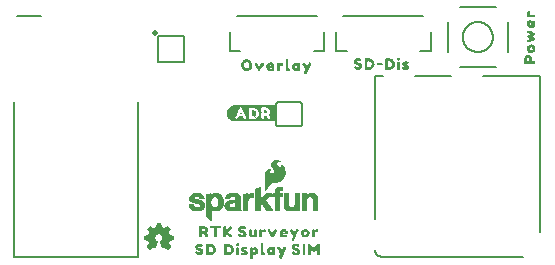
<source format=gto>
G04 EAGLE Gerber RS-274X export*
G75*
%MOMM*%
%FSLAX34Y34*%
%LPD*%
%INSilkscreen Top*%
%IPPOS*%
%AMOC8*
5,1,8,0,0,1.08239X$1,22.5*%
G01*
%ADD10C,0.152400*%
%ADD11C,0.203200*%
%ADD12C,0.127000*%
%ADD13C,0.508000*%

G36*
X248615Y118562D02*
X248615Y118562D01*
X248625Y118558D01*
X249125Y118858D01*
X249133Y118877D01*
X249140Y118882D01*
X249137Y118886D01*
X249139Y118892D01*
X249149Y118900D01*
X249149Y131700D01*
X249138Y131715D01*
X249142Y131725D01*
X248842Y132225D01*
X248808Y132239D01*
X248800Y132249D01*
X214200Y132249D01*
X214195Y132246D01*
X214192Y132249D01*
X213592Y132149D01*
X212893Y132049D01*
X212890Y132045D01*
X212889Y132045D01*
X212886Y132047D01*
X212186Y131847D01*
X212185Y131846D01*
X212184Y131847D01*
X211584Y131647D01*
X211581Y131642D01*
X211578Y131644D01*
X210978Y131344D01*
X210976Y131340D01*
X210973Y131341D01*
X210373Y130941D01*
X210372Y130938D01*
X210369Y130938D01*
X209369Y130138D01*
X209367Y130131D01*
X209362Y130131D01*
X208962Y129631D01*
X208961Y129627D01*
X208959Y129627D01*
X208559Y129027D01*
X208559Y129023D01*
X208556Y129022D01*
X207956Y127822D01*
X207957Y127815D01*
X207953Y127814D01*
X207753Y127115D01*
X207553Y126516D01*
X207557Y126505D01*
X207551Y126500D01*
X207551Y124500D01*
X207554Y124496D01*
X207551Y124493D01*
X207651Y123793D01*
X207655Y123789D01*
X207653Y123786D01*
X207853Y123086D01*
X207858Y123082D01*
X207856Y123078D01*
X208456Y121878D01*
X208463Y121875D01*
X208462Y121869D01*
X208860Y121371D01*
X209259Y120773D01*
X209269Y120769D01*
X209269Y120762D01*
X209767Y120363D01*
X210265Y119865D01*
X210277Y119864D01*
X210278Y119856D01*
X210875Y119557D01*
X211473Y119159D01*
X211482Y119160D01*
X211484Y119153D01*
X212084Y118953D01*
X212086Y118954D01*
X212086Y118953D01*
X212786Y118753D01*
X212790Y118754D01*
X212792Y118751D01*
X213392Y118651D01*
X213393Y118652D01*
X213393Y118651D01*
X214093Y118551D01*
X214098Y118554D01*
X214100Y118551D01*
X248600Y118551D01*
X248615Y118562D01*
G37*
G36*
X157614Y9707D02*
X157614Y9707D01*
X157684Y9713D01*
X157699Y9722D01*
X157716Y9725D01*
X157822Y9797D01*
X157832Y9803D01*
X157833Y9805D01*
X157834Y9806D01*
X160134Y12106D01*
X160142Y12119D01*
X160143Y12120D01*
X160145Y12122D01*
X160147Y12126D01*
X160166Y12142D01*
X160192Y12199D01*
X160225Y12253D01*
X160228Y12277D01*
X160238Y12300D01*
X160236Y12362D01*
X160242Y12425D01*
X160233Y12448D01*
X160232Y12473D01*
X160192Y12555D01*
X160180Y12586D01*
X160174Y12592D01*
X160169Y12601D01*
X158224Y15195D01*
X158234Y15206D01*
X158253Y15236D01*
X158305Y15304D01*
X158405Y15504D01*
X158409Y15520D01*
X158418Y15533D01*
X158444Y15667D01*
X158445Y15672D01*
X158445Y15673D01*
X158445Y15674D01*
X158445Y15684D01*
X158478Y15749D01*
X158534Y15806D01*
X158553Y15836D01*
X158605Y15904D01*
X158705Y16104D01*
X158709Y16120D01*
X158718Y16133D01*
X158744Y16267D01*
X158745Y16272D01*
X158745Y16273D01*
X158745Y16274D01*
X158745Y16284D01*
X158905Y16604D01*
X158909Y16620D01*
X158918Y16633D01*
X158944Y16767D01*
X158945Y16772D01*
X158945Y16773D01*
X158945Y16774D01*
X158945Y16784D01*
X159005Y16904D01*
X159009Y16920D01*
X159018Y16933D01*
X159044Y17067D01*
X159045Y17072D01*
X159045Y17073D01*
X159045Y17074D01*
X159045Y17084D01*
X159105Y17204D01*
X159109Y17220D01*
X159118Y17233D01*
X159138Y17336D01*
X162430Y17900D01*
X162448Y17907D01*
X162467Y17908D01*
X162527Y17941D01*
X162589Y17967D01*
X162602Y17982D01*
X162619Y17991D01*
X162658Y18047D01*
X162702Y18098D01*
X162707Y18117D01*
X162718Y18133D01*
X162740Y18244D01*
X162745Y18266D01*
X162744Y18270D01*
X162745Y18274D01*
X162745Y21474D01*
X162741Y21493D01*
X162743Y21514D01*
X162732Y21546D01*
X162731Y21553D01*
X162726Y21562D01*
X162721Y21577D01*
X162706Y21642D01*
X162693Y21658D01*
X162686Y21677D01*
X162638Y21724D01*
X162596Y21776D01*
X162577Y21784D01*
X162563Y21798D01*
X162461Y21836D01*
X162438Y21846D01*
X162433Y21846D01*
X162428Y21848D01*
X159145Y22395D01*
X159145Y22474D01*
X159128Y22548D01*
X159114Y22623D01*
X159108Y22633D01*
X159106Y22642D01*
X159083Y22670D01*
X159045Y22725D01*
X159045Y22774D01*
X159028Y22848D01*
X159014Y22923D01*
X159008Y22933D01*
X159006Y22942D01*
X158983Y22970D01*
X158934Y23042D01*
X158878Y23098D01*
X158845Y23163D01*
X158845Y23274D01*
X158828Y23348D01*
X158814Y23423D01*
X158808Y23433D01*
X158806Y23442D01*
X158783Y23470D01*
X158745Y23525D01*
X158745Y23574D01*
X158728Y23648D01*
X158714Y23723D01*
X158708Y23733D01*
X158706Y23742D01*
X158683Y23770D01*
X158634Y23842D01*
X158578Y23898D01*
X158505Y24043D01*
X158482Y24071D01*
X158445Y24125D01*
X158445Y24174D01*
X158428Y24248D01*
X158414Y24323D01*
X158408Y24333D01*
X158406Y24342D01*
X158383Y24370D01*
X158334Y24442D01*
X158278Y24498D01*
X158238Y24578D01*
X160173Y27251D01*
X160183Y27275D01*
X160200Y27294D01*
X160216Y27354D01*
X160240Y27411D01*
X160238Y27436D01*
X160245Y27461D01*
X160233Y27522D01*
X160229Y27584D01*
X160216Y27606D01*
X160211Y27631D01*
X160160Y27703D01*
X160142Y27733D01*
X160135Y27738D01*
X160128Y27748D01*
X157828Y29948D01*
X157817Y29954D01*
X157809Y29965D01*
X157743Y29998D01*
X157679Y30036D01*
X157666Y30037D01*
X157655Y30042D01*
X157581Y30043D01*
X157507Y30048D01*
X157495Y30043D01*
X157482Y30043D01*
X157351Y29986D01*
X154677Y28142D01*
X154536Y28213D01*
X154520Y28217D01*
X154507Y28226D01*
X154373Y28252D01*
X154367Y28253D01*
X154366Y28253D01*
X154356Y28253D01*
X154291Y28285D01*
X154234Y28342D01*
X154204Y28361D01*
X154136Y28413D01*
X153936Y28513D01*
X153920Y28517D01*
X153907Y28526D01*
X153773Y28552D01*
X153767Y28553D01*
X153766Y28553D01*
X153756Y28553D01*
X153691Y28585D01*
X153634Y28642D01*
X153569Y28682D01*
X153507Y28726D01*
X153495Y28728D01*
X153487Y28733D01*
X153452Y28736D01*
X153366Y28753D01*
X153256Y28753D01*
X153136Y28813D01*
X153120Y28817D01*
X153107Y28826D01*
X152973Y28852D01*
X152967Y28853D01*
X152966Y28853D01*
X152956Y28853D01*
X152836Y28913D01*
X152820Y28917D01*
X152807Y28926D01*
X152673Y28952D01*
X152667Y28953D01*
X152666Y28953D01*
X152656Y28953D01*
X152536Y29013D01*
X152520Y29017D01*
X152507Y29026D01*
X152490Y29029D01*
X151940Y32238D01*
X151932Y32256D01*
X151931Y32275D01*
X151899Y32334D01*
X151872Y32397D01*
X151858Y32410D01*
X151848Y32427D01*
X151793Y32466D01*
X151741Y32510D01*
X151722Y32515D01*
X151707Y32526D01*
X151596Y32547D01*
X151574Y32553D01*
X151570Y32552D01*
X151566Y32553D01*
X148366Y32553D01*
X148347Y32549D01*
X148328Y32551D01*
X148264Y32529D01*
X148198Y32513D01*
X148183Y32501D01*
X148164Y32495D01*
X148117Y32447D01*
X148064Y32403D01*
X148056Y32386D01*
X148043Y32372D01*
X148003Y32266D01*
X147994Y32245D01*
X147994Y32242D01*
X147992Y32238D01*
X147434Y28982D01*
X147376Y28953D01*
X147266Y28953D01*
X147192Y28936D01*
X147116Y28922D01*
X147107Y28916D01*
X147098Y28913D01*
X147070Y28891D01*
X147014Y28853D01*
X146966Y28853D01*
X146950Y28849D01*
X146934Y28852D01*
X146803Y28815D01*
X146798Y28813D01*
X146797Y28813D01*
X146796Y28813D01*
X146676Y28753D01*
X146666Y28753D01*
X146650Y28749D01*
X146634Y28752D01*
X146503Y28715D01*
X146498Y28713D01*
X146497Y28713D01*
X146496Y28713D01*
X146296Y28613D01*
X146269Y28590D01*
X146214Y28553D01*
X146166Y28553D01*
X146092Y28536D01*
X146016Y28522D01*
X146007Y28516D01*
X145998Y28513D01*
X145970Y28491D01*
X145898Y28442D01*
X145841Y28385D01*
X145696Y28313D01*
X145669Y28290D01*
X145614Y28253D01*
X145566Y28253D01*
X145492Y28236D01*
X145416Y28222D01*
X145407Y28216D01*
X145398Y28213D01*
X145370Y28191D01*
X145298Y28142D01*
X145280Y28124D01*
X142581Y29986D01*
X142565Y29992D01*
X142553Y30004D01*
X142486Y30023D01*
X142420Y30049D01*
X142403Y30048D01*
X142387Y30052D01*
X142318Y30040D01*
X142248Y30034D01*
X142233Y30025D01*
X142216Y30022D01*
X142110Y29950D01*
X142100Y29944D01*
X142099Y29943D01*
X142098Y29942D01*
X139898Y27742D01*
X139889Y27727D01*
X139875Y27717D01*
X139844Y27654D01*
X139807Y27595D01*
X139805Y27578D01*
X139797Y27563D01*
X139797Y27492D01*
X139790Y27423D01*
X139796Y27407D01*
X139796Y27389D01*
X139848Y27272D01*
X139852Y27261D01*
X139853Y27260D01*
X139854Y27258D01*
X141705Y24575D01*
X141703Y24560D01*
X141687Y24474D01*
X141687Y24424D01*
X141679Y24411D01*
X141627Y24343D01*
X141554Y24198D01*
X141498Y24142D01*
X141458Y24077D01*
X141414Y24014D01*
X141412Y24003D01*
X141407Y23995D01*
X141403Y23960D01*
X141387Y23874D01*
X141387Y23824D01*
X141379Y23811D01*
X141327Y23743D01*
X141227Y23543D01*
X141223Y23528D01*
X141214Y23514D01*
X141197Y23427D01*
X141194Y23419D01*
X141194Y23411D01*
X141188Y23380D01*
X141187Y23375D01*
X141187Y23374D01*
X141187Y23363D01*
X141027Y23043D01*
X141023Y23028D01*
X141014Y23014D01*
X140988Y22880D01*
X140987Y22875D01*
X140987Y22874D01*
X140987Y22863D01*
X140927Y22743D01*
X140923Y22728D01*
X140914Y22714D01*
X140905Y22669D01*
X140901Y22661D01*
X140902Y22651D01*
X140888Y22580D01*
X140887Y22575D01*
X140887Y22574D01*
X140887Y22563D01*
X140827Y22443D01*
X140823Y22428D01*
X140814Y22414D01*
X140811Y22398D01*
X137602Y21848D01*
X137584Y21840D01*
X137565Y21839D01*
X137505Y21807D01*
X137443Y21780D01*
X137430Y21765D01*
X137413Y21756D01*
X137374Y21701D01*
X137330Y21649D01*
X137325Y21630D01*
X137314Y21614D01*
X137298Y21533D01*
X137294Y21523D01*
X137294Y21512D01*
X137292Y21503D01*
X137287Y21481D01*
X137288Y21478D01*
X137287Y21474D01*
X137287Y18274D01*
X137291Y18255D01*
X137289Y18236D01*
X137311Y18171D01*
X137326Y18105D01*
X137339Y18090D01*
X137345Y18072D01*
X137393Y18024D01*
X137436Y17972D01*
X137454Y17964D01*
X137468Y17950D01*
X137574Y17910D01*
X137594Y17901D01*
X137598Y17901D01*
X137602Y17900D01*
X140858Y17342D01*
X140887Y17284D01*
X140887Y17174D01*
X140904Y17099D01*
X140918Y17024D01*
X140924Y17014D01*
X140926Y17005D01*
X140949Y16978D01*
X140987Y16922D01*
X140987Y16874D01*
X141000Y16818D01*
X141001Y16799D01*
X141006Y16789D01*
X141018Y16724D01*
X141024Y16714D01*
X141026Y16705D01*
X141049Y16678D01*
X141098Y16606D01*
X141154Y16549D01*
X141187Y16484D01*
X141187Y16374D01*
X141204Y16299D01*
X141218Y16224D01*
X141224Y16214D01*
X141226Y16205D01*
X141249Y16178D01*
X141287Y16122D01*
X141287Y16074D01*
X141304Y15999D01*
X141318Y15924D01*
X141324Y15914D01*
X141326Y15905D01*
X141349Y15878D01*
X141398Y15806D01*
X141454Y15749D01*
X141527Y15604D01*
X141550Y15576D01*
X141593Y15513D01*
X141595Y15509D01*
X141596Y15509D01*
X141598Y15506D01*
X141654Y15449D01*
X141687Y15384D01*
X141687Y15374D01*
X141690Y15358D01*
X141688Y15342D01*
X141700Y15300D01*
X141701Y15282D01*
X141710Y15265D01*
X141725Y15211D01*
X141725Y15209D01*
X139857Y12594D01*
X139851Y12579D01*
X139840Y12568D01*
X139819Y12500D01*
X139792Y12434D01*
X139793Y12418D01*
X139788Y12403D01*
X139799Y12333D01*
X139804Y12261D01*
X139812Y12248D01*
X139814Y12232D01*
X139889Y12116D01*
X139891Y12112D01*
X139892Y12112D01*
X142092Y9812D01*
X142110Y9800D01*
X142123Y9783D01*
X142182Y9753D01*
X142237Y9717D01*
X142258Y9715D01*
X142277Y9705D01*
X142343Y9705D01*
X142409Y9697D01*
X142429Y9704D01*
X142450Y9704D01*
X142545Y9746D01*
X142572Y9755D01*
X142575Y9759D01*
X142581Y9761D01*
X145302Y11638D01*
X145325Y11621D01*
X145337Y11619D01*
X145345Y11614D01*
X145380Y11611D01*
X145395Y11608D01*
X145398Y11606D01*
X145463Y11565D01*
X145525Y11521D01*
X145537Y11519D01*
X145545Y11514D01*
X145580Y11511D01*
X145595Y11508D01*
X145598Y11506D01*
X145663Y11465D01*
X145725Y11421D01*
X145737Y11419D01*
X145745Y11414D01*
X145780Y11411D01*
X145795Y11408D01*
X145798Y11406D01*
X145863Y11365D01*
X145925Y11321D01*
X145937Y11319D01*
X145945Y11314D01*
X145980Y11311D01*
X145995Y11308D01*
X145998Y11306D01*
X146063Y11265D01*
X146125Y11221D01*
X146137Y11219D01*
X146145Y11214D01*
X146180Y11211D01*
X146195Y11208D01*
X146198Y11206D01*
X146263Y11165D01*
X146325Y11121D01*
X146337Y11119D01*
X146345Y11114D01*
X146380Y11111D01*
X146466Y11094D01*
X146516Y11094D01*
X146537Y11081D01*
X146570Y11049D01*
X146609Y11036D01*
X146645Y11014D01*
X146690Y11010D01*
X146734Y10996D01*
X146776Y11002D01*
X146817Y10998D01*
X146860Y11014D01*
X146905Y11021D01*
X146940Y11045D01*
X146979Y11060D01*
X147010Y11093D01*
X147047Y11120D01*
X147073Y11162D01*
X147096Y11187D01*
X147103Y11212D01*
X147122Y11242D01*
X149122Y16642D01*
X149129Y16699D01*
X149145Y16754D01*
X149139Y16784D01*
X149143Y16814D01*
X149124Y16868D01*
X149114Y16925D01*
X149096Y16949D01*
X149086Y16977D01*
X149045Y17017D01*
X149011Y17063D01*
X148981Y17080D01*
X148962Y17098D01*
X148930Y17108D01*
X148886Y17133D01*
X148612Y17225D01*
X148291Y17385D01*
X148134Y17542D01*
X148104Y17561D01*
X148036Y17613D01*
X147891Y17685D01*
X147778Y17798D01*
X147705Y17943D01*
X147682Y17971D01*
X147634Y18042D01*
X147478Y18198D01*
X147317Y18519D01*
X147226Y18794D01*
X147214Y18813D01*
X147205Y18843D01*
X147045Y19163D01*
X147045Y19374D01*
X147037Y19409D01*
X147026Y19494D01*
X146945Y19735D01*
X146945Y20212D01*
X147310Y21306D01*
X147661Y21832D01*
X147808Y21979D01*
X148076Y22158D01*
X148098Y22181D01*
X148134Y22206D01*
X148308Y22379D01*
X148534Y22530D01*
X148786Y22614D01*
X148804Y22625D01*
X148818Y22628D01*
X148831Y22639D01*
X148876Y22658D01*
X149081Y22794D01*
X149266Y22794D01*
X149301Y22803D01*
X149358Y22806D01*
X149713Y22894D01*
X150304Y22894D01*
X150546Y22814D01*
X150582Y22811D01*
X150666Y22794D01*
X150851Y22794D01*
X151056Y22658D01*
X151091Y22645D01*
X151140Y22617D01*
X151142Y22616D01*
X151143Y22616D01*
X151146Y22614D01*
X151398Y22530D01*
X151925Y22179D01*
X152271Y21832D01*
X152622Y21306D01*
X152706Y21054D01*
X152726Y21022D01*
X152750Y20963D01*
X152887Y20759D01*
X152887Y20574D01*
X152895Y20539D01*
X152906Y20454D01*
X152987Y20212D01*
X152987Y19435D01*
X152906Y19194D01*
X152903Y19158D01*
X152887Y19074D01*
X152887Y18963D01*
X152827Y18843D01*
X152821Y18821D01*
X152806Y18794D01*
X152715Y18519D01*
X152654Y18398D01*
X152498Y18242D01*
X152479Y18211D01*
X152427Y18143D01*
X152354Y17998D01*
X152041Y17685D01*
X151896Y17613D01*
X151869Y17590D01*
X151798Y17542D01*
X151641Y17385D01*
X151096Y17113D01*
X151073Y17093D01*
X151044Y17081D01*
X151007Y17038D01*
X150963Y17002D01*
X150951Y16974D01*
X150931Y16951D01*
X150916Y16896D01*
X150893Y16844D01*
X150895Y16813D01*
X150887Y16783D01*
X150899Y16709D01*
X150901Y16671D01*
X150908Y16659D01*
X150910Y16642D01*
X152910Y11242D01*
X152922Y11225D01*
X152926Y11205D01*
X152969Y11154D01*
X153006Y11098D01*
X153024Y11087D01*
X153036Y11072D01*
X153098Y11045D01*
X153156Y11011D01*
X153176Y11010D01*
X153194Y11001D01*
X153261Y11004D01*
X153328Y11000D01*
X153347Y11007D01*
X153367Y11008D01*
X153426Y11040D01*
X153488Y11066D01*
X153501Y11082D01*
X153519Y11091D01*
X153532Y11110D01*
X153540Y11112D01*
X153616Y11125D01*
X153625Y11132D01*
X153634Y11134D01*
X153662Y11157D01*
X153734Y11206D01*
X153741Y11212D01*
X153816Y11225D01*
X153825Y11232D01*
X153834Y11234D01*
X153862Y11257D01*
X153934Y11306D01*
X153941Y11312D01*
X154016Y11325D01*
X154025Y11332D01*
X154034Y11334D01*
X154062Y11357D01*
X154118Y11394D01*
X154166Y11394D01*
X154240Y11412D01*
X154316Y11425D01*
X154325Y11432D01*
X154334Y11434D01*
X154362Y11457D01*
X154434Y11506D01*
X154441Y11512D01*
X154516Y11525D01*
X154525Y11532D01*
X154534Y11534D01*
X154562Y11557D01*
X154634Y11606D01*
X154652Y11623D01*
X157351Y9761D01*
X157367Y9755D01*
X157379Y9744D01*
X157447Y9724D01*
X157512Y9698D01*
X157529Y9700D01*
X157545Y9695D01*
X157614Y9707D01*
G37*
G36*
X240036Y59886D02*
X240036Y59886D01*
X240063Y59883D01*
X240120Y59905D01*
X240179Y59919D01*
X240199Y59936D01*
X240225Y59946D01*
X240283Y60005D01*
X240312Y60029D01*
X240317Y60039D01*
X240326Y60049D01*
X240506Y60318D01*
X240779Y60591D01*
X240791Y60611D01*
X240814Y60632D01*
X241098Y61010D01*
X241579Y61491D01*
X241587Y61504D01*
X241602Y61517D01*
X242091Y62103D01*
X242679Y62691D01*
X242693Y62714D01*
X242719Y62739D01*
X243201Y63414D01*
X244479Y64691D01*
X244487Y64704D01*
X244502Y64717D01*
X244978Y65287D01*
X245928Y66047D01*
X246344Y66297D01*
X246841Y66380D01*
X248710Y66380D01*
X248736Y66386D01*
X248773Y66385D01*
X249973Y66585D01*
X249988Y66592D01*
X250010Y66593D01*
X251110Y66893D01*
X251127Y66902D01*
X251151Y66907D01*
X252151Y67307D01*
X252173Y67322D01*
X252206Y67334D01*
X253206Y67934D01*
X253226Y67954D01*
X253260Y67974D01*
X254060Y68674D01*
X254067Y68683D01*
X254079Y68691D01*
X254879Y69491D01*
X254890Y69509D01*
X254910Y69527D01*
X255610Y70427D01*
X255621Y70450D01*
X255642Y70475D01*
X256642Y72275D01*
X256652Y72310D01*
X256676Y72358D01*
X257176Y74158D01*
X257178Y74192D01*
X257190Y74239D01*
X257290Y76039D01*
X257283Y76075D01*
X257284Y76130D01*
X256984Y77730D01*
X256973Y77754D01*
X256968Y77788D01*
X256468Y79188D01*
X256452Y79213D01*
X256438Y79252D01*
X255738Y80452D01*
X255717Y80474D01*
X255694Y80513D01*
X254894Y81413D01*
X254890Y81416D01*
X254780Y81500D01*
X253980Y81900D01*
X253970Y81902D01*
X253964Y81907D01*
X253925Y81914D01*
X253882Y81933D01*
X253847Y81932D01*
X253812Y81940D01*
X253761Y81929D01*
X253709Y81927D01*
X253678Y81910D01*
X253643Y81901D01*
X253603Y81869D01*
X253557Y81844D01*
X253536Y81815D01*
X253509Y81792D01*
X253487Y81745D01*
X253457Y81702D01*
X253449Y81661D01*
X253437Y81634D01*
X253437Y81628D01*
X253437Y81626D01*
X253438Y81601D01*
X253430Y81560D01*
X253430Y80822D01*
X253291Y80404D01*
X253142Y80305D01*
X252948Y80240D01*
X252400Y80240D01*
X251701Y80590D01*
X251430Y80771D01*
X251038Y81064D01*
X251029Y81068D01*
X251021Y81076D01*
X250752Y81256D01*
X250523Y81485D01*
X250350Y81830D01*
X250337Y81846D01*
X250326Y81871D01*
X250163Y82116D01*
X250079Y82452D01*
X250073Y82464D01*
X250071Y82480D01*
X250011Y82660D01*
X250062Y82814D01*
X250150Y82990D01*
X250156Y83013D01*
X250171Y83040D01*
X250255Y83292D01*
X250390Y83495D01*
X250711Y83735D01*
X250990Y83875D01*
X251034Y83897D01*
X251485Y83987D01*
X251492Y83991D01*
X251502Y83991D01*
X251857Y84080D01*
X252048Y84080D01*
X252290Y83999D01*
X252327Y83996D01*
X252410Y83980D01*
X252710Y83980D01*
X252735Y83986D01*
X252761Y83983D01*
X252819Y84005D01*
X252879Y84019D01*
X252899Y84036D01*
X252923Y84045D01*
X252965Y84090D01*
X253012Y84129D01*
X253023Y84153D01*
X253040Y84172D01*
X253058Y84231D01*
X253083Y84288D01*
X253082Y84313D01*
X253090Y84338D01*
X253079Y84399D01*
X253077Y84461D01*
X253064Y84483D01*
X253060Y84509D01*
X253012Y84580D01*
X252994Y84613D01*
X252986Y84619D01*
X252979Y84629D01*
X252879Y84729D01*
X252859Y84741D01*
X252838Y84764D01*
X252438Y85064D01*
X252412Y85076D01*
X252380Y85100D01*
X251780Y85400D01*
X251763Y85404D01*
X251744Y85416D01*
X250944Y85716D01*
X250937Y85717D01*
X250930Y85721D01*
X250030Y86021D01*
X249993Y86024D01*
X249910Y86040D01*
X248910Y86040D01*
X248882Y86034D01*
X248842Y86034D01*
X247742Y85834D01*
X247707Y85819D01*
X247628Y85794D01*
X246528Y85194D01*
X246502Y85171D01*
X246457Y85144D01*
X245557Y84344D01*
X245538Y84316D01*
X245501Y84281D01*
X245001Y83581D01*
X244986Y83545D01*
X244949Y83480D01*
X244649Y82580D01*
X244646Y82543D01*
X244630Y82460D01*
X244630Y81660D01*
X244637Y81627D01*
X244639Y81578D01*
X244839Y80678D01*
X244856Y80642D01*
X244878Y80575D01*
X245378Y79675D01*
X245400Y79651D01*
X245424Y79610D01*
X246124Y78810D01*
X246125Y78809D01*
X246126Y78807D01*
X246275Y78639D01*
X246613Y78259D01*
X246924Y77909D01*
X247584Y77155D01*
X247830Y76582D01*
X247830Y76022D01*
X247671Y75545D01*
X247350Y75144D01*
X246854Y74813D01*
X246163Y74640D01*
X245448Y74640D01*
X245019Y74726D01*
X244588Y74898D01*
X244352Y75056D01*
X244123Y75285D01*
X243962Y75606D01*
X243890Y75822D01*
X243890Y75998D01*
X243955Y76192D01*
X244106Y76418D01*
X244415Y76728D01*
X244630Y76799D01*
X244650Y76812D01*
X244680Y76820D01*
X245080Y77020D01*
X245109Y77044D01*
X245179Y77091D01*
X245279Y77191D01*
X245292Y77212D01*
X245311Y77228D01*
X245337Y77285D01*
X245370Y77338D01*
X245373Y77363D01*
X245383Y77386D01*
X245381Y77449D01*
X245387Y77511D01*
X245378Y77534D01*
X245377Y77559D01*
X245347Y77614D01*
X245325Y77673D01*
X245307Y77690D01*
X245295Y77712D01*
X245225Y77766D01*
X245198Y77790D01*
X245189Y77793D01*
X245180Y77800D01*
X244980Y77900D01*
X244965Y77904D01*
X244952Y77913D01*
X244818Y77939D01*
X244812Y77940D01*
X244811Y77940D01*
X244810Y77940D01*
X244657Y77940D01*
X244302Y78029D01*
X244266Y78029D01*
X244210Y78040D01*
X243410Y78040D01*
X243384Y78034D01*
X243348Y78035D01*
X242748Y77935D01*
X242717Y77922D01*
X242669Y77913D01*
X241669Y77513D01*
X241638Y77491D01*
X241582Y77464D01*
X241198Y77176D01*
X240714Y76886D01*
X240700Y76872D01*
X240681Y76863D01*
X240611Y76786D01*
X240590Y76765D01*
X240588Y76760D01*
X240584Y76756D01*
X240284Y76256D01*
X240280Y76243D01*
X240270Y76230D01*
X239970Y75630D01*
X239964Y75607D01*
X239949Y75580D01*
X239749Y74980D01*
X239746Y74947D01*
X239732Y74902D01*
X239532Y73102D01*
X239534Y73083D01*
X239530Y73060D01*
X239530Y60260D01*
X239541Y60210D01*
X239543Y60159D01*
X239561Y60127D01*
X239569Y60091D01*
X239602Y60052D01*
X239626Y60007D01*
X239656Y59986D01*
X239679Y59958D01*
X239726Y59937D01*
X239768Y59907D01*
X239810Y59899D01*
X239838Y59887D01*
X239868Y59888D01*
X239910Y59880D01*
X240010Y59880D01*
X240036Y59886D01*
G37*
G36*
X194285Y34392D02*
X194285Y34392D01*
X194311Y34393D01*
X194365Y34423D01*
X194423Y34445D01*
X194440Y34464D01*
X194463Y34476D01*
X194498Y34527D01*
X194540Y34572D01*
X194548Y34597D01*
X194563Y34618D01*
X194579Y34702D01*
X194590Y34738D01*
X194588Y34748D01*
X194590Y34760D01*
X194590Y44001D01*
X194813Y43722D01*
X194836Y43705D01*
X194914Y43634D01*
X195914Y43034D01*
X195927Y43030D01*
X195940Y43020D01*
X196540Y42720D01*
X196578Y42711D01*
X196648Y42685D01*
X198448Y42385D01*
X198486Y42387D01*
X198560Y42383D01*
X200060Y42583D01*
X200088Y42594D01*
X200130Y42599D01*
X201330Y42999D01*
X201363Y43020D01*
X201434Y43052D01*
X202534Y43852D01*
X202551Y43872D01*
X202579Y43891D01*
X203479Y44791D01*
X203499Y44824D01*
X203544Y44878D01*
X204144Y45978D01*
X204149Y45995D01*
X204161Y46014D01*
X204661Y47214D01*
X204666Y47241D01*
X204681Y47275D01*
X204981Y48575D01*
X204980Y48600D01*
X204989Y48633D01*
X205089Y50033D01*
X205086Y50056D01*
X205089Y50085D01*
X204989Y51585D01*
X204982Y51608D01*
X204982Y51640D01*
X204682Y53040D01*
X204675Y53053D01*
X204673Y53072D01*
X204273Y54372D01*
X204254Y54405D01*
X204231Y54464D01*
X203531Y55564D01*
X203511Y55583D01*
X203493Y55614D01*
X202593Y56614D01*
X202561Y56636D01*
X202514Y56681D01*
X201414Y57381D01*
X201382Y57392D01*
X201338Y57418D01*
X199938Y57918D01*
X199899Y57922D01*
X199835Y57939D01*
X198335Y58039D01*
X198324Y58038D01*
X198310Y58040D01*
X197610Y58040D01*
X197584Y58034D01*
X197548Y58035D01*
X196348Y57835D01*
X196336Y57830D01*
X196214Y57786D01*
X195214Y57186D01*
X195198Y57171D01*
X195172Y57157D01*
X194672Y56757D01*
X194661Y56742D01*
X194641Y56729D01*
X194490Y56578D01*
X194490Y57360D01*
X194490Y57361D01*
X194490Y57362D01*
X194470Y57445D01*
X194451Y57529D01*
X194450Y57530D01*
X194450Y57531D01*
X194396Y57595D01*
X194341Y57662D01*
X194340Y57663D01*
X194339Y57664D01*
X194260Y57699D01*
X194182Y57733D01*
X194181Y57733D01*
X194180Y57734D01*
X194035Y57733D01*
X193035Y57533D01*
X193028Y57529D01*
X193018Y57529D01*
X192627Y57431D01*
X192135Y57333D01*
X192128Y57329D01*
X192118Y57329D01*
X191763Y57240D01*
X191310Y57240D01*
X191280Y57233D01*
X191235Y57233D01*
X190735Y57133D01*
X190728Y57129D01*
X190718Y57129D01*
X190318Y57029D01*
X190314Y57027D01*
X190309Y57027D01*
X190237Y56987D01*
X190164Y56950D01*
X190161Y56946D01*
X190157Y56944D01*
X190110Y56877D01*
X190061Y56810D01*
X190060Y56806D01*
X190057Y56802D01*
X190030Y56660D01*
X190030Y38160D01*
X190032Y38150D01*
X190030Y38140D01*
X190043Y38097D01*
X190043Y38082D01*
X190052Y38066D01*
X190069Y37991D01*
X190076Y37983D01*
X190079Y37974D01*
X190172Y37863D01*
X190656Y37476D01*
X191541Y36591D01*
X191557Y36581D01*
X191572Y36563D01*
X193056Y35376D01*
X193941Y34491D01*
X193963Y34478D01*
X193979Y34458D01*
X194036Y34432D01*
X194088Y34400D01*
X194114Y34397D01*
X194138Y34387D01*
X194199Y34389D01*
X194261Y34383D01*
X194285Y34392D01*
G37*
G36*
X211347Y42388D02*
X211347Y42388D01*
X211430Y42399D01*
X211672Y42480D01*
X212010Y42480D01*
X212047Y42488D01*
X212130Y42499D01*
X212372Y42580D01*
X212610Y42580D01*
X212647Y42588D01*
X212730Y42599D01*
X213930Y42999D01*
X213963Y43019D01*
X214021Y43044D01*
X214279Y43215D01*
X214530Y43299D01*
X214563Y43319D01*
X214621Y43344D01*
X214921Y43544D01*
X214942Y43567D01*
X214979Y43591D01*
X215116Y43728D01*
X215130Y43708D01*
X215130Y43560D01*
X215147Y43486D01*
X215160Y43411D01*
X215167Y43401D01*
X215169Y43391D01*
X215193Y43362D01*
X215241Y43291D01*
X215247Y43285D01*
X215260Y43211D01*
X215267Y43201D01*
X215269Y43191D01*
X215293Y43162D01*
X215341Y43091D01*
X215342Y43090D01*
X215343Y43059D01*
X215361Y43027D01*
X215369Y42991D01*
X215402Y42952D01*
X215426Y42907D01*
X215456Y42886D01*
X215479Y42858D01*
X215526Y42837D01*
X215568Y42807D01*
X215610Y42799D01*
X215638Y42787D01*
X215668Y42788D01*
X215710Y42780D01*
X219610Y42780D01*
X219660Y42791D01*
X219711Y42793D01*
X219743Y42811D01*
X219779Y42819D01*
X219818Y42852D01*
X219863Y42876D01*
X219884Y42906D01*
X219912Y42929D01*
X219933Y42976D01*
X219963Y43018D01*
X219971Y43060D01*
X219983Y43088D01*
X219982Y43118D01*
X219990Y43160D01*
X219990Y43260D01*
X219973Y43334D01*
X219960Y43409D01*
X219953Y43419D01*
X219951Y43429D01*
X219927Y43458D01*
X219879Y43529D01*
X219823Y43585D01*
X219790Y43650D01*
X219790Y43860D01*
X219787Y43875D01*
X219789Y43890D01*
X219752Y44022D01*
X219751Y44029D01*
X219750Y44029D01*
X219750Y44030D01*
X219690Y44150D01*
X219690Y44260D01*
X219687Y44275D01*
X219689Y44290D01*
X219667Y44371D01*
X219666Y44382D01*
X219661Y44392D01*
X219652Y44422D01*
X219651Y44429D01*
X219650Y44429D01*
X219650Y44430D01*
X219590Y44550D01*
X219590Y45360D01*
X219587Y45375D01*
X219589Y45390D01*
X219552Y45522D01*
X219551Y45529D01*
X219550Y45529D01*
X219550Y45530D01*
X219490Y45650D01*
X219490Y54260D01*
X219483Y54290D01*
X219483Y54335D01*
X219383Y54835D01*
X219371Y54861D01*
X219363Y54901D01*
X219163Y55401D01*
X219155Y55413D01*
X219150Y55430D01*
X218950Y55830D01*
X218932Y55852D01*
X218914Y55888D01*
X218614Y56288D01*
X218589Y56309D01*
X218582Y56322D01*
X218567Y56333D01*
X218538Y56364D01*
X217338Y57264D01*
X217303Y57279D01*
X217251Y57313D01*
X216751Y57513D01*
X216722Y57517D01*
X216685Y57533D01*
X216219Y57626D01*
X215751Y57813D01*
X215722Y57817D01*
X215685Y57833D01*
X215185Y57933D01*
X215153Y57932D01*
X215110Y57940D01*
X214548Y57940D01*
X214085Y58033D01*
X214053Y58032D01*
X214010Y58040D01*
X211710Y58040D01*
X211680Y58033D01*
X211635Y58033D01*
X211141Y57934D01*
X210548Y57835D01*
X210524Y57825D01*
X210490Y57821D01*
X209912Y57628D01*
X209435Y57533D01*
X209409Y57521D01*
X209369Y57513D01*
X208869Y57313D01*
X208847Y57298D01*
X208814Y57286D01*
X207814Y56686D01*
X207802Y56674D01*
X207782Y56664D01*
X207382Y56364D01*
X207357Y56334D01*
X207306Y56288D01*
X207006Y55888D01*
X206999Y55872D01*
X206984Y55856D01*
X206694Y55372D01*
X206406Y54988D01*
X206391Y54954D01*
X206349Y54880D01*
X206149Y54280D01*
X206147Y54258D01*
X206139Y54240D01*
X206139Y54235D01*
X206135Y54223D01*
X205935Y53023D01*
X205940Y52941D01*
X205943Y52859D01*
X205946Y52855D01*
X205946Y52850D01*
X205987Y52779D01*
X206026Y52707D01*
X206030Y52704D01*
X206033Y52700D01*
X206101Y52654D01*
X206168Y52607D01*
X206173Y52606D01*
X206177Y52604D01*
X206205Y52600D01*
X206310Y52580D01*
X210210Y52580D01*
X210260Y52591D01*
X210311Y52593D01*
X210343Y52611D01*
X210379Y52619D01*
X210418Y52652D01*
X210463Y52676D01*
X210484Y52706D01*
X210512Y52729D01*
X210533Y52776D01*
X210563Y52818D01*
X210571Y52860D01*
X210583Y52888D01*
X210582Y52918D01*
X210590Y52960D01*
X210590Y53370D01*
X210650Y53490D01*
X210656Y53513D01*
X210671Y53540D01*
X210762Y53814D01*
X210823Y53935D01*
X211135Y54248D01*
X211815Y54587D01*
X212000Y54680D01*
X213620Y54680D01*
X213740Y54620D01*
X213755Y54616D01*
X213768Y54607D01*
X213902Y54581D01*
X213909Y54580D01*
X213910Y54580D01*
X214020Y54580D01*
X214427Y54377D01*
X214470Y54290D01*
X214494Y54261D01*
X214541Y54191D01*
X214598Y54135D01*
X214830Y53670D01*
X214830Y52787D01*
X214651Y52548D01*
X214250Y52308D01*
X213697Y52123D01*
X213031Y51933D01*
X212362Y51837D01*
X210568Y51638D01*
X209668Y51538D01*
X209647Y51530D01*
X209618Y51529D01*
X208818Y51329D01*
X208801Y51320D01*
X208777Y51316D01*
X207977Y51016D01*
X207955Y51001D01*
X207921Y50990D01*
X207221Y50590D01*
X207199Y50570D01*
X207163Y50549D01*
X206463Y49949D01*
X206443Y49922D01*
X206380Y49849D01*
X205980Y49149D01*
X205971Y49119D01*
X205949Y49080D01*
X205649Y48180D01*
X205648Y48163D01*
X205645Y48156D01*
X205645Y48151D01*
X205636Y48128D01*
X205436Y47028D01*
X205436Y47018D01*
X205437Y46885D01*
X205530Y46422D01*
X205530Y45960D01*
X205533Y45945D01*
X205531Y45930D01*
X205568Y45798D01*
X205569Y45791D01*
X205570Y45791D01*
X205570Y45790D01*
X205747Y45436D01*
X205837Y44985D01*
X205838Y44984D01*
X205838Y44983D01*
X205894Y44849D01*
X206094Y44549D01*
X206101Y44542D01*
X206106Y44532D01*
X206400Y44140D01*
X206594Y43849D01*
X206617Y43828D01*
X206641Y43791D01*
X206941Y43491D01*
X206973Y43471D01*
X207040Y43420D01*
X207419Y43231D01*
X207699Y43044D01*
X207719Y43036D01*
X207740Y43020D01*
X208140Y42820D01*
X208154Y42817D01*
X208169Y42807D01*
X208669Y42607D01*
X208691Y42604D01*
X208718Y42591D01*
X209118Y42491D01*
X209154Y42491D01*
X209210Y42480D01*
X209672Y42480D01*
X210135Y42387D01*
X210167Y42388D01*
X210210Y42380D01*
X211310Y42380D01*
X211347Y42388D01*
G37*
G36*
X235860Y42791D02*
X235860Y42791D01*
X235911Y42793D01*
X235943Y42811D01*
X235979Y42819D01*
X236018Y42852D01*
X236063Y42876D01*
X236084Y42906D01*
X236112Y42929D01*
X236133Y42976D01*
X236163Y43018D01*
X236171Y43060D01*
X236183Y43088D01*
X236182Y43118D01*
X236190Y43160D01*
X236190Y47895D01*
X237231Y48866D01*
X240887Y42960D01*
X240910Y42936D01*
X240926Y42907D01*
X240971Y42876D01*
X241009Y42837D01*
X241041Y42827D01*
X241068Y42807D01*
X241136Y42794D01*
X241173Y42782D01*
X241190Y42784D01*
X241210Y42780D01*
X245910Y42780D01*
X245982Y42797D01*
X246054Y42808D01*
X246065Y42816D01*
X246079Y42819D01*
X246135Y42866D01*
X246195Y42909D01*
X246202Y42921D01*
X246212Y42929D01*
X246242Y42997D01*
X246277Y43061D01*
X246278Y43075D01*
X246283Y43088D01*
X246280Y43161D01*
X246283Y43234D01*
X246277Y43248D01*
X246277Y43261D01*
X246258Y43295D01*
X246228Y43368D01*
X240499Y52107D01*
X245576Y57089D01*
X245591Y57112D01*
X245612Y57129D01*
X245637Y57184D01*
X245669Y57235D01*
X245672Y57262D01*
X245683Y57288D01*
X245681Y57348D01*
X245687Y57407D01*
X245678Y57433D01*
X245677Y57461D01*
X245648Y57513D01*
X245627Y57570D01*
X245607Y57589D01*
X245594Y57613D01*
X245545Y57647D01*
X245501Y57689D01*
X245475Y57697D01*
X245452Y57713D01*
X245372Y57728D01*
X245336Y57739D01*
X245324Y57738D01*
X245310Y57740D01*
X240710Y57740D01*
X240632Y57722D01*
X240554Y57707D01*
X240548Y57702D01*
X240541Y57701D01*
X240516Y57680D01*
X240436Y57623D01*
X236190Y53205D01*
X236190Y62660D01*
X236177Y62716D01*
X236173Y62773D01*
X236158Y62799D01*
X236151Y62829D01*
X236114Y62873D01*
X236085Y62923D01*
X236060Y62939D01*
X236041Y62962D01*
X235988Y62986D01*
X235940Y63017D01*
X235910Y63021D01*
X235882Y63033D01*
X235825Y63031D01*
X235768Y63038D01*
X235735Y63028D01*
X235709Y63027D01*
X235679Y63010D01*
X235630Y62995D01*
X231730Y60895D01*
X231696Y60865D01*
X231657Y60844D01*
X231632Y60809D01*
X231600Y60780D01*
X231583Y60739D01*
X231557Y60702D01*
X231548Y60652D01*
X231534Y60620D01*
X231536Y60594D01*
X231530Y60560D01*
X231530Y43160D01*
X231541Y43110D01*
X231543Y43059D01*
X231561Y43027D01*
X231569Y42991D01*
X231602Y42952D01*
X231626Y42907D01*
X231656Y42886D01*
X231679Y42858D01*
X231726Y42837D01*
X231768Y42807D01*
X231810Y42799D01*
X231838Y42787D01*
X231868Y42788D01*
X231910Y42780D01*
X235810Y42780D01*
X235860Y42791D01*
G37*
G36*
X275260Y42791D02*
X275260Y42791D01*
X275311Y42793D01*
X275343Y42811D01*
X275379Y42819D01*
X275418Y42852D01*
X275463Y42876D01*
X275484Y42906D01*
X275512Y42929D01*
X275533Y42976D01*
X275563Y43018D01*
X275571Y43060D01*
X275583Y43088D01*
X275582Y43118D01*
X275590Y43160D01*
X275590Y51539D01*
X275682Y52362D01*
X275949Y52987D01*
X276223Y53442D01*
X276564Y53869D01*
X276944Y54097D01*
X277465Y54184D01*
X278202Y54276D01*
X278741Y54186D01*
X279171Y54100D01*
X279551Y53872D01*
X279794Y53548D01*
X280047Y53126D01*
X280134Y52603D01*
X280233Y51909D01*
X280330Y51136D01*
X280330Y43160D01*
X280341Y43110D01*
X280343Y43059D01*
X280361Y43027D01*
X280369Y42991D01*
X280402Y42952D01*
X280426Y42907D01*
X280456Y42886D01*
X280479Y42858D01*
X280526Y42837D01*
X280568Y42807D01*
X280610Y42799D01*
X280638Y42787D01*
X280668Y42788D01*
X280710Y42780D01*
X284610Y42780D01*
X284660Y42791D01*
X284711Y42793D01*
X284743Y42811D01*
X284779Y42819D01*
X284818Y42852D01*
X284863Y42876D01*
X284884Y42906D01*
X284912Y42929D01*
X284933Y42976D01*
X284963Y43018D01*
X284971Y43060D01*
X284983Y43088D01*
X284982Y43118D01*
X284990Y43160D01*
X284990Y51860D01*
X284987Y51873D01*
X284989Y51889D01*
X284889Y53189D01*
X284884Y53206D01*
X284884Y53228D01*
X284684Y54328D01*
X284677Y54345D01*
X284674Y54369D01*
X284374Y55369D01*
X284355Y55402D01*
X284332Y55462D01*
X283832Y56262D01*
X283808Y56286D01*
X283779Y56329D01*
X283079Y57029D01*
X283046Y57049D01*
X282995Y57092D01*
X282095Y57592D01*
X282060Y57602D01*
X282010Y57627D01*
X280910Y57927D01*
X280879Y57928D01*
X280837Y57939D01*
X279437Y58039D01*
X279425Y58037D01*
X279410Y58040D01*
X278810Y58040D01*
X278784Y58034D01*
X278748Y58035D01*
X278148Y57935D01*
X278124Y57925D01*
X278090Y57921D01*
X276890Y57521D01*
X276857Y57501D01*
X276799Y57476D01*
X276199Y57076D01*
X276189Y57066D01*
X276172Y57057D01*
X275672Y56657D01*
X275661Y56642D01*
X275641Y56629D01*
X275390Y56378D01*
X275390Y57360D01*
X275379Y57410D01*
X275377Y57461D01*
X275359Y57493D01*
X275351Y57529D01*
X275318Y57568D01*
X275294Y57613D01*
X275264Y57634D01*
X275241Y57662D01*
X275194Y57683D01*
X275152Y57713D01*
X275110Y57721D01*
X275082Y57733D01*
X275052Y57732D01*
X275010Y57740D01*
X271310Y57740D01*
X271260Y57729D01*
X271209Y57727D01*
X271177Y57709D01*
X271141Y57701D01*
X271102Y57668D01*
X271057Y57644D01*
X271036Y57614D01*
X271008Y57591D01*
X270987Y57544D01*
X270957Y57502D01*
X270949Y57460D01*
X270937Y57432D01*
X270938Y57402D01*
X270930Y57360D01*
X270930Y43160D01*
X270941Y43110D01*
X270943Y43059D01*
X270961Y43027D01*
X270969Y42991D01*
X271002Y42952D01*
X271026Y42907D01*
X271056Y42886D01*
X271079Y42858D01*
X271126Y42837D01*
X271168Y42807D01*
X271210Y42799D01*
X271238Y42787D01*
X271268Y42788D01*
X271310Y42780D01*
X275210Y42780D01*
X275260Y42791D01*
G37*
G36*
X261118Y42386D02*
X261118Y42386D01*
X261173Y42385D01*
X261767Y42484D01*
X262464Y42584D01*
X262491Y42594D01*
X262530Y42599D01*
X263130Y42799D01*
X263139Y42805D01*
X263151Y42807D01*
X263651Y43007D01*
X263663Y43015D01*
X263680Y43020D01*
X264000Y43180D01*
X264280Y43320D01*
X264305Y43341D01*
X264348Y43363D01*
X264848Y43763D01*
X264869Y43790D01*
X264907Y43822D01*
X265130Y44101D01*
X265130Y43160D01*
X265141Y43110D01*
X265143Y43059D01*
X265161Y43027D01*
X265169Y42991D01*
X265202Y42952D01*
X265226Y42907D01*
X265256Y42886D01*
X265279Y42858D01*
X265326Y42837D01*
X265368Y42807D01*
X265410Y42799D01*
X265438Y42787D01*
X265468Y42788D01*
X265510Y42780D01*
X269210Y42780D01*
X269260Y42791D01*
X269311Y42793D01*
X269343Y42811D01*
X269379Y42819D01*
X269418Y42852D01*
X269463Y42876D01*
X269484Y42906D01*
X269512Y42929D01*
X269533Y42976D01*
X269563Y43018D01*
X269571Y43060D01*
X269583Y43088D01*
X269582Y43118D01*
X269590Y43160D01*
X269590Y57360D01*
X269579Y57410D01*
X269577Y57461D01*
X269559Y57493D01*
X269551Y57529D01*
X269518Y57568D01*
X269494Y57613D01*
X269464Y57634D01*
X269441Y57662D01*
X269394Y57683D01*
X269352Y57713D01*
X269310Y57721D01*
X269282Y57733D01*
X269252Y57732D01*
X269210Y57740D01*
X265310Y57740D01*
X265260Y57729D01*
X265209Y57727D01*
X265177Y57709D01*
X265141Y57701D01*
X265102Y57668D01*
X265057Y57644D01*
X265036Y57614D01*
X265008Y57591D01*
X264987Y57544D01*
X264957Y57502D01*
X264949Y57460D01*
X264937Y57432D01*
X264938Y57402D01*
X264930Y57360D01*
X264930Y48884D01*
X264839Y48160D01*
X264565Y47520D01*
X264298Y46985D01*
X263974Y46662D01*
X263576Y46423D01*
X263055Y46336D01*
X262318Y46244D01*
X261779Y46334D01*
X261349Y46420D01*
X260970Y46648D01*
X260470Y47314D01*
X260386Y47815D01*
X260190Y49384D01*
X260190Y57360D01*
X260179Y57410D01*
X260177Y57461D01*
X260159Y57493D01*
X260151Y57529D01*
X260118Y57568D01*
X260094Y57613D01*
X260064Y57634D01*
X260041Y57662D01*
X259994Y57683D01*
X259952Y57713D01*
X259910Y57721D01*
X259882Y57733D01*
X259852Y57732D01*
X259810Y57740D01*
X256010Y57740D01*
X255960Y57729D01*
X255909Y57727D01*
X255877Y57709D01*
X255841Y57701D01*
X255802Y57668D01*
X255757Y57644D01*
X255736Y57614D01*
X255708Y57591D01*
X255687Y57544D01*
X255657Y57502D01*
X255649Y57460D01*
X255637Y57432D01*
X255638Y57402D01*
X255630Y57360D01*
X255630Y47360D01*
X255636Y47332D01*
X255636Y47292D01*
X255836Y46192D01*
X255843Y46175D01*
X255846Y46151D01*
X256146Y45151D01*
X256162Y45122D01*
X256178Y45075D01*
X256678Y44175D01*
X256697Y44154D01*
X256763Y44071D01*
X257463Y43471D01*
X257491Y43457D01*
X257525Y43428D01*
X258425Y42928D01*
X258450Y42920D01*
X258480Y42903D01*
X259580Y42503D01*
X259619Y42498D01*
X259683Y42481D01*
X261083Y42381D01*
X261118Y42386D01*
G37*
G36*
X183542Y42481D02*
X183542Y42481D01*
X183555Y42485D01*
X183573Y42485D01*
X184773Y42685D01*
X184788Y42692D01*
X184810Y42693D01*
X185910Y42993D01*
X185938Y43008D01*
X185980Y43020D01*
X186300Y43180D01*
X186980Y43520D01*
X187009Y43544D01*
X187060Y43574D01*
X187860Y44274D01*
X187879Y44300D01*
X187914Y44332D01*
X188514Y45132D01*
X188530Y45168D01*
X188567Y45230D01*
X188967Y46330D01*
X188971Y46361D01*
X188986Y46402D01*
X189186Y47702D01*
X189183Y47740D01*
X189188Y47802D01*
X189088Y48702D01*
X189075Y48739D01*
X189060Y48810D01*
X188760Y49510D01*
X188742Y49534D01*
X188726Y49571D01*
X188326Y50171D01*
X188298Y50198D01*
X188253Y50252D01*
X187653Y50752D01*
X187628Y50765D01*
X187599Y50790D01*
X186199Y51590D01*
X186161Y51601D01*
X186093Y51631D01*
X185198Y51830D01*
X182802Y52429D01*
X182782Y52429D01*
X182757Y52437D01*
X181995Y52533D01*
X181456Y52712D01*
X180911Y52985D01*
X180582Y53232D01*
X180360Y53527D01*
X180290Y53807D01*
X180290Y54045D01*
X180554Y54441D01*
X180716Y54495D01*
X181102Y54591D01*
X181114Y54597D01*
X181130Y54599D01*
X181372Y54680D01*
X182937Y54680D01*
X183354Y54513D01*
X183719Y54331D01*
X183936Y54186D01*
X184072Y53982D01*
X184244Y53551D01*
X184337Y53085D01*
X184343Y53073D01*
X184343Y53059D01*
X184379Y52995D01*
X184409Y52928D01*
X184420Y52919D01*
X184426Y52907D01*
X184486Y52865D01*
X184543Y52818D01*
X184557Y52815D01*
X184568Y52807D01*
X184710Y52780D01*
X188410Y52780D01*
X188490Y52798D01*
X188570Y52815D01*
X188574Y52818D01*
X188579Y52819D01*
X188642Y52872D01*
X188706Y52922D01*
X188708Y52926D01*
X188712Y52929D01*
X188746Y53004D01*
X188781Y53078D01*
X188781Y53083D01*
X188783Y53088D01*
X188782Y53115D01*
X188785Y53223D01*
X188585Y54423D01*
X188570Y54459D01*
X188550Y54530D01*
X188050Y55530D01*
X188032Y55552D01*
X188014Y55588D01*
X187414Y56388D01*
X187384Y56413D01*
X187338Y56464D01*
X186538Y57064D01*
X186506Y57078D01*
X186464Y57107D01*
X185564Y57507D01*
X185544Y57511D01*
X185519Y57524D01*
X184519Y57824D01*
X184500Y57825D01*
X184478Y57834D01*
X183378Y58034D01*
X183349Y58033D01*
X183310Y58040D01*
X181010Y58040D01*
X180982Y58034D01*
X180942Y58034D01*
X179842Y57834D01*
X179839Y57833D01*
X179835Y57833D01*
X178835Y57633D01*
X178801Y57617D01*
X178740Y57600D01*
X178640Y57550D01*
X177880Y57170D01*
X177740Y57100D01*
X177712Y57077D01*
X177663Y57049D01*
X176963Y56449D01*
X176948Y56430D01*
X176924Y56410D01*
X176224Y55610D01*
X176208Y55580D01*
X176157Y55501D01*
X175757Y54501D01*
X175751Y54462D01*
X175731Y54392D01*
X175631Y53192D01*
X175636Y53161D01*
X175632Y53118D01*
X175732Y52218D01*
X175742Y52191D01*
X175743Y52166D01*
X175752Y52148D01*
X175761Y52110D01*
X176061Y51410D01*
X176078Y51387D01*
X176094Y51349D01*
X176494Y50749D01*
X176495Y50748D01*
X176496Y50746D01*
X176599Y50644D01*
X177199Y50244D01*
X177210Y50239D01*
X177221Y50230D01*
X177921Y49830D01*
X177940Y49824D01*
X177960Y49811D01*
X178660Y49511D01*
X178668Y49509D01*
X178677Y49504D01*
X179477Y49204D01*
X179500Y49201D01*
X179528Y49189D01*
X180428Y48989D01*
X180431Y48989D01*
X180435Y48987D01*
X181427Y48789D01*
X183004Y48395D01*
X183550Y48212D01*
X183998Y47944D01*
X184310Y47710D01*
X184451Y47427D01*
X184518Y47160D01*
X184367Y46554D01*
X184160Y46348D01*
X183809Y46085D01*
X183477Y45919D01*
X183163Y45840D01*
X182810Y45840D01*
X182774Y45832D01*
X182718Y45829D01*
X182394Y45748D01*
X181879Y45834D01*
X181385Y45933D01*
X181379Y45933D01*
X181373Y45935D01*
X180864Y46020D01*
X180182Y46532D01*
X179944Y46848D01*
X179790Y47233D01*
X179790Y47760D01*
X179779Y47810D01*
X179777Y47861D01*
X179759Y47893D01*
X179751Y47929D01*
X179718Y47968D01*
X179694Y48013D01*
X179664Y48034D01*
X179641Y48062D01*
X179594Y48083D01*
X179552Y48113D01*
X179510Y48121D01*
X179482Y48133D01*
X179452Y48132D01*
X179410Y48140D01*
X175710Y48140D01*
X175633Y48122D01*
X175555Y48107D01*
X175549Y48103D01*
X175541Y48101D01*
X175480Y48050D01*
X175417Y48002D01*
X175413Y47995D01*
X175408Y47991D01*
X175375Y47918D01*
X175340Y47847D01*
X175340Y47839D01*
X175337Y47832D01*
X175338Y47799D01*
X175334Y47702D01*
X175534Y46402D01*
X175547Y46370D01*
X175557Y46319D01*
X175957Y45319D01*
X175979Y45287D01*
X176010Y45227D01*
X176710Y44327D01*
X176734Y44307D01*
X176760Y44274D01*
X177560Y43574D01*
X177593Y43556D01*
X177640Y43520D01*
X178640Y43020D01*
X178670Y43013D01*
X178710Y42993D01*
X179810Y42693D01*
X179827Y42693D01*
X179848Y42685D01*
X181048Y42485D01*
X181062Y42486D01*
X181078Y42481D01*
X182278Y42381D01*
X182305Y42385D01*
X182342Y42381D01*
X183542Y42481D01*
G37*
G36*
X252160Y42791D02*
X252160Y42791D01*
X252211Y42793D01*
X252243Y42811D01*
X252279Y42819D01*
X252318Y42852D01*
X252363Y42876D01*
X252384Y42906D01*
X252412Y42929D01*
X252433Y42976D01*
X252463Y43018D01*
X252471Y43060D01*
X252483Y43088D01*
X252482Y43118D01*
X252490Y43160D01*
X252490Y54380D01*
X254810Y54380D01*
X254860Y54391D01*
X254911Y54393D01*
X254943Y54411D01*
X254979Y54419D01*
X255018Y54452D01*
X255063Y54476D01*
X255084Y54506D01*
X255112Y54529D01*
X255133Y54576D01*
X255163Y54618D01*
X255171Y54660D01*
X255183Y54688D01*
X255182Y54718D01*
X255190Y54760D01*
X255190Y57360D01*
X255179Y57410D01*
X255177Y57461D01*
X255159Y57493D01*
X255151Y57529D01*
X255118Y57568D01*
X255094Y57613D01*
X255064Y57634D01*
X255041Y57662D01*
X254994Y57683D01*
X254952Y57713D01*
X254910Y57721D01*
X254882Y57733D01*
X254852Y57732D01*
X254810Y57740D01*
X252490Y57740D01*
X252490Y58113D01*
X252579Y58468D01*
X252579Y58504D01*
X252590Y58560D01*
X252590Y58870D01*
X252640Y58969D01*
X252770Y59165D01*
X252780Y59170D01*
X253043Y59301D01*
X253357Y59380D01*
X255010Y59380D01*
X255060Y59391D01*
X255111Y59393D01*
X255143Y59411D01*
X255179Y59419D01*
X255218Y59452D01*
X255263Y59476D01*
X255284Y59506D01*
X255312Y59529D01*
X255333Y59576D01*
X255363Y59618D01*
X255371Y59660D01*
X255383Y59688D01*
X255382Y59718D01*
X255390Y59760D01*
X255390Y62560D01*
X255379Y62609D01*
X255377Y62659D01*
X255359Y62692D01*
X255351Y62729D01*
X255319Y62768D01*
X255295Y62812D01*
X255260Y62838D01*
X255241Y62862D01*
X255213Y62875D01*
X255180Y62900D01*
X254980Y63000D01*
X254965Y63004D01*
X254952Y63013D01*
X254818Y63039D01*
X254812Y63040D01*
X254811Y63040D01*
X254810Y63040D01*
X251910Y63040D01*
X251872Y63031D01*
X251801Y63024D01*
X250801Y62724D01*
X250777Y62710D01*
X250740Y62700D01*
X250366Y62513D01*
X249940Y62300D01*
X249920Y62284D01*
X249889Y62269D01*
X249189Y61769D01*
X249164Y61741D01*
X249118Y61703D01*
X248618Y61103D01*
X248600Y61068D01*
X248561Y61010D01*
X248261Y60310D01*
X248259Y60302D01*
X248254Y60294D01*
X247954Y59494D01*
X247951Y59467D01*
X247930Y59360D01*
X247930Y57740D01*
X247110Y57740D01*
X247094Y57737D01*
X247078Y57739D01*
X247011Y57717D01*
X246941Y57701D01*
X246929Y57690D01*
X246913Y57685D01*
X246817Y57598D01*
X246808Y57591D01*
X246807Y57589D01*
X246806Y57588D01*
X246538Y57232D01*
X246182Y56964D01*
X246167Y56946D01*
X246141Y56929D01*
X244560Y55348D01*
X244182Y55064D01*
X244148Y55024D01*
X244108Y54991D01*
X244093Y54958D01*
X244071Y54931D01*
X244058Y54880D01*
X244037Y54832D01*
X244038Y54797D01*
X244030Y54763D01*
X244041Y54712D01*
X244043Y54659D01*
X244060Y54628D01*
X244068Y54594D01*
X244101Y54553D01*
X244126Y54507D01*
X244155Y54487D01*
X244177Y54459D01*
X244225Y54438D01*
X244268Y54407D01*
X244308Y54400D01*
X244335Y54387D01*
X244366Y54388D01*
X244410Y54380D01*
X247930Y54380D01*
X247930Y43160D01*
X247941Y43110D01*
X247943Y43059D01*
X247961Y43027D01*
X247969Y42991D01*
X248002Y42952D01*
X248026Y42907D01*
X248056Y42886D01*
X248079Y42858D01*
X248126Y42837D01*
X248168Y42807D01*
X248210Y42799D01*
X248238Y42787D01*
X248268Y42788D01*
X248310Y42780D01*
X252110Y42780D01*
X252160Y42791D01*
G37*
G36*
X225260Y42791D02*
X225260Y42791D01*
X225311Y42793D01*
X225343Y42811D01*
X225379Y42819D01*
X225418Y42852D01*
X225463Y42876D01*
X225484Y42906D01*
X225512Y42929D01*
X225533Y42976D01*
X225563Y43018D01*
X225571Y43060D01*
X225583Y43088D01*
X225582Y43118D01*
X225590Y43160D01*
X225590Y50418D01*
X225779Y51266D01*
X225963Y51911D01*
X226324Y52542D01*
X226758Y53064D01*
X227353Y53404D01*
X228075Y53584D01*
X229029Y53680D01*
X230020Y53680D01*
X230140Y53620D01*
X230155Y53616D01*
X230168Y53607D01*
X230302Y53581D01*
X230309Y53580D01*
X230310Y53580D01*
X230410Y53580D01*
X230460Y53591D01*
X230511Y53593D01*
X230543Y53611D01*
X230579Y53619D01*
X230618Y53652D01*
X230663Y53676D01*
X230684Y53706D01*
X230712Y53729D01*
X230733Y53776D01*
X230763Y53818D01*
X230771Y53860D01*
X230783Y53888D01*
X230782Y53918D01*
X230790Y53960D01*
X230790Y57560D01*
X230779Y57610D01*
X230777Y57661D01*
X230759Y57693D01*
X230751Y57729D01*
X230718Y57768D01*
X230694Y57813D01*
X230664Y57834D01*
X230641Y57862D01*
X230594Y57883D01*
X230552Y57913D01*
X230510Y57921D01*
X230482Y57933D01*
X230472Y57933D01*
X230414Y57969D01*
X230352Y58013D01*
X230340Y58015D01*
X230332Y58020D01*
X230295Y58024D01*
X230210Y58040D01*
X228810Y58040D01*
X228772Y58031D01*
X228706Y58026D01*
X228006Y57826D01*
X227999Y57822D01*
X227990Y57821D01*
X227390Y57621D01*
X227363Y57604D01*
X227321Y57590D01*
X226621Y57190D01*
X226603Y57173D01*
X226572Y57157D01*
X226072Y56757D01*
X226053Y56732D01*
X226018Y56703D01*
X225518Y56103D01*
X225516Y56100D01*
X225513Y56098D01*
X225390Y55944D01*
X225390Y57360D01*
X225388Y57370D01*
X225390Y57380D01*
X225368Y57454D01*
X225351Y57529D01*
X225344Y57537D01*
X225341Y57547D01*
X225290Y57603D01*
X225241Y57662D01*
X225231Y57667D01*
X225224Y57674D01*
X225153Y57702D01*
X225082Y57733D01*
X225072Y57733D01*
X225062Y57737D01*
X224918Y57729D01*
X224527Y57631D01*
X223535Y57433D01*
X223528Y57429D01*
X223518Y57429D01*
X223127Y57331D01*
X222672Y57240D01*
X222210Y57240D01*
X222174Y57232D01*
X222118Y57229D01*
X221727Y57131D01*
X221235Y57033D01*
X221223Y57027D01*
X221209Y57027D01*
X221145Y56992D01*
X221078Y56961D01*
X221069Y56950D01*
X221057Y56944D01*
X221015Y56884D01*
X220968Y56827D01*
X220965Y56813D01*
X220957Y56802D01*
X220930Y56660D01*
X220930Y43160D01*
X220941Y43110D01*
X220943Y43059D01*
X220961Y43027D01*
X220969Y42991D01*
X221002Y42952D01*
X221026Y42907D01*
X221056Y42886D01*
X221079Y42858D01*
X221126Y42837D01*
X221168Y42807D01*
X221210Y42799D01*
X221238Y42787D01*
X221268Y42788D01*
X221310Y42780D01*
X225210Y42780D01*
X225260Y42791D01*
G37*
G36*
X225208Y161257D02*
X225208Y161257D01*
X225214Y161253D01*
X225914Y161453D01*
X225918Y161458D01*
X225922Y161456D01*
X226522Y161756D01*
X226523Y161759D01*
X226525Y161758D01*
X227025Y162058D01*
X227027Y162063D01*
X227032Y162062D01*
X227632Y162562D01*
X227633Y162569D01*
X227638Y162569D01*
X228038Y163069D01*
X228039Y163073D01*
X228041Y163073D01*
X228441Y163673D01*
X228441Y163677D01*
X228444Y163678D01*
X228744Y164278D01*
X228743Y164283D01*
X228747Y164284D01*
X228947Y164884D01*
X228945Y164891D01*
X228949Y164893D01*
X229049Y165593D01*
X229046Y165598D01*
X229049Y165600D01*
X229049Y167000D01*
X229042Y167009D01*
X229047Y167016D01*
X228647Y168216D01*
X228642Y168219D01*
X228644Y168222D01*
X228344Y168822D01*
X228340Y168824D01*
X228341Y168827D01*
X227941Y169427D01*
X227931Y169431D01*
X227931Y169438D01*
X227431Y169838D01*
X226832Y170338D01*
X226823Y170338D01*
X226822Y170344D01*
X226222Y170644D01*
X226217Y170643D01*
X226216Y170647D01*
X225016Y171047D01*
X225005Y171043D01*
X225000Y171049D01*
X223900Y171049D01*
X223896Y171046D01*
X223893Y171049D01*
X223193Y170949D01*
X223188Y170944D01*
X223184Y170947D01*
X222584Y170747D01*
X222581Y170742D01*
X222578Y170744D01*
X221978Y170444D01*
X221976Y170440D01*
X221973Y170441D01*
X221373Y170041D01*
X221370Y170034D01*
X221365Y170035D01*
X220865Y169535D01*
X220865Y169531D01*
X220862Y169531D01*
X220462Y169031D01*
X220461Y169027D01*
X220459Y169027D01*
X220059Y168427D01*
X220060Y168418D01*
X220053Y168416D01*
X219653Y167216D01*
X219655Y167209D01*
X219651Y167207D01*
X219551Y166507D01*
X219554Y166502D01*
X219551Y166500D01*
X219551Y165800D01*
X219554Y165796D01*
X219551Y165793D01*
X219651Y165093D01*
X219656Y165088D01*
X219653Y165084D01*
X220053Y163884D01*
X220061Y163879D01*
X220059Y163873D01*
X220459Y163273D01*
X220462Y163272D01*
X220462Y163269D01*
X220862Y162769D01*
X220866Y162768D01*
X220865Y162765D01*
X221365Y162265D01*
X221372Y162264D01*
X221373Y162259D01*
X221973Y161859D01*
X221977Y161859D01*
X221978Y161856D01*
X222578Y161556D01*
X222583Y161557D01*
X222584Y161553D01*
X223184Y161353D01*
X223191Y161355D01*
X223193Y161351D01*
X223893Y161251D01*
X223898Y161254D01*
X223900Y161251D01*
X225200Y161251D01*
X225208Y161257D01*
G37*
G36*
X209005Y5254D02*
X209005Y5254D01*
X209008Y5251D01*
X209608Y5351D01*
X209611Y5355D01*
X209614Y5353D01*
X210314Y5553D01*
X210318Y5558D01*
X210322Y5556D01*
X210922Y5856D01*
X210923Y5859D01*
X210925Y5858D01*
X211425Y6158D01*
X211429Y6166D01*
X211435Y6165D01*
X212435Y7165D01*
X212436Y7172D01*
X212441Y7173D01*
X212841Y7773D01*
X212840Y7782D01*
X212847Y7784D01*
X213247Y8984D01*
X213245Y8991D01*
X213249Y8993D01*
X213349Y9693D01*
X213346Y9698D01*
X213349Y9700D01*
X213349Y10400D01*
X213346Y10404D01*
X213349Y10407D01*
X213249Y11107D01*
X213245Y11111D01*
X213247Y11114D01*
X213047Y11814D01*
X213040Y11819D01*
X213042Y11825D01*
X212743Y12323D01*
X212444Y12922D01*
X212434Y12927D01*
X212435Y12935D01*
X211435Y13935D01*
X211423Y13936D01*
X211422Y13944D01*
X210222Y14544D01*
X210217Y14543D01*
X210216Y14547D01*
X209616Y14747D01*
X209609Y14745D01*
X209607Y14749D01*
X208907Y14849D01*
X208902Y14846D01*
X208900Y14849D01*
X205700Y14849D01*
X205685Y14838D01*
X205675Y14842D01*
X205175Y14542D01*
X205166Y14520D01*
X205153Y14516D01*
X204953Y13916D01*
X204957Y13905D01*
X204951Y13900D01*
X204951Y6400D01*
X204954Y6396D01*
X204951Y6393D01*
X205051Y5693D01*
X205070Y5674D01*
X205070Y5661D01*
X205470Y5361D01*
X205488Y5361D01*
X205494Y5351D01*
X206294Y5251D01*
X206298Y5253D01*
X206300Y5251D01*
X209000Y5251D01*
X209005Y5254D01*
G37*
G36*
X328205Y162254D02*
X328205Y162254D01*
X328208Y162251D01*
X328808Y162351D01*
X328811Y162355D01*
X328814Y162353D01*
X329514Y162553D01*
X329518Y162558D01*
X329522Y162556D01*
X330122Y162856D01*
X330123Y162859D01*
X330125Y162858D01*
X330625Y163158D01*
X330629Y163166D01*
X330635Y163165D01*
X331635Y164165D01*
X331636Y164177D01*
X331644Y164178D01*
X332244Y165378D01*
X332243Y165383D01*
X332247Y165384D01*
X332447Y165984D01*
X332445Y165991D01*
X332449Y165993D01*
X332549Y166693D01*
X332546Y166698D01*
X332549Y166700D01*
X332549Y167400D01*
X332546Y167404D01*
X332549Y167407D01*
X332449Y168107D01*
X332445Y168111D01*
X332447Y168114D01*
X332247Y168814D01*
X332240Y168819D01*
X332242Y168825D01*
X331943Y169323D01*
X331644Y169922D01*
X331634Y169927D01*
X331635Y169935D01*
X330635Y170935D01*
X330623Y170936D01*
X330622Y170944D01*
X329422Y171544D01*
X329417Y171543D01*
X329416Y171547D01*
X328816Y171747D01*
X328809Y171745D01*
X328807Y171749D01*
X328107Y171849D01*
X328102Y171846D01*
X328100Y171849D01*
X324900Y171849D01*
X324885Y171838D01*
X324875Y171842D01*
X324375Y171542D01*
X324366Y171520D01*
X324353Y171516D01*
X324153Y170916D01*
X324157Y170905D01*
X324151Y170900D01*
X324151Y163400D01*
X324154Y163396D01*
X324151Y163393D01*
X324251Y162693D01*
X324270Y162674D01*
X324270Y162661D01*
X324670Y162361D01*
X324688Y162361D01*
X324693Y162351D01*
X325393Y162251D01*
X325398Y162254D01*
X325400Y162251D01*
X328200Y162251D01*
X328205Y162254D01*
G37*
G36*
X345404Y162254D02*
X345404Y162254D01*
X345407Y162251D01*
X346107Y162351D01*
X346112Y162356D01*
X346116Y162353D01*
X346716Y162553D01*
X346747Y162599D01*
X346754Y162582D01*
X346805Y162551D01*
X346812Y162563D01*
X346825Y162558D01*
X347323Y162857D01*
X347922Y163156D01*
X347927Y163166D01*
X347935Y163165D01*
X348935Y164165D01*
X348936Y164177D01*
X348944Y164178D01*
X349544Y165378D01*
X349543Y165383D01*
X349547Y165384D01*
X349747Y165984D01*
X349745Y165991D01*
X349749Y165993D01*
X349849Y166693D01*
X349846Y166698D01*
X349849Y166700D01*
X349849Y167400D01*
X349846Y167404D01*
X349849Y167407D01*
X349749Y168107D01*
X349745Y168111D01*
X349747Y168114D01*
X349547Y168814D01*
X349540Y168819D01*
X349542Y168825D01*
X349242Y169325D01*
X349241Y169326D01*
X349241Y169327D01*
X348841Y169927D01*
X348838Y169928D01*
X348838Y169931D01*
X348438Y170431D01*
X348431Y170433D01*
X348432Y170438D01*
X347832Y170938D01*
X347826Y170938D01*
X347825Y170942D01*
X347325Y171242D01*
X347322Y171242D01*
X347322Y171244D01*
X346722Y171544D01*
X346715Y171543D01*
X346714Y171547D01*
X346014Y171747D01*
X346010Y171746D01*
X346008Y171749D01*
X345408Y171849D01*
X345403Y171846D01*
X345400Y171849D01*
X342100Y171849D01*
X342082Y171836D01*
X342070Y171839D01*
X341670Y171539D01*
X341666Y171523D01*
X341665Y171519D01*
X341653Y171516D01*
X341453Y170916D01*
X341457Y170905D01*
X341451Y170900D01*
X341451Y163400D01*
X341454Y163396D01*
X341451Y163393D01*
X341551Y162693D01*
X341567Y162678D01*
X341565Y162665D01*
X341865Y162365D01*
X341888Y162362D01*
X341894Y162351D01*
X342694Y162251D01*
X342698Y162253D01*
X342700Y162251D01*
X345400Y162251D01*
X345404Y162254D01*
G37*
G36*
X193804Y5254D02*
X193804Y5254D01*
X193807Y5251D01*
X194507Y5351D01*
X194512Y5356D01*
X194516Y5353D01*
X195116Y5553D01*
X195119Y5558D01*
X195122Y5556D01*
X196322Y6156D01*
X196327Y6166D01*
X196335Y6165D01*
X196835Y6665D01*
X196835Y6669D01*
X196838Y6669D01*
X197238Y7169D01*
X197239Y7173D01*
X197241Y7173D01*
X197641Y7773D01*
X197640Y7782D01*
X197647Y7784D01*
X198047Y8984D01*
X198045Y8991D01*
X198049Y8993D01*
X198149Y9693D01*
X198146Y9698D01*
X198149Y9700D01*
X198149Y10400D01*
X198146Y10404D01*
X198149Y10407D01*
X198049Y11107D01*
X198045Y11111D01*
X198047Y11114D01*
X197847Y11814D01*
X197844Y11816D01*
X197846Y11818D01*
X197646Y12318D01*
X197639Y12322D01*
X197641Y12327D01*
X197241Y12927D01*
X197234Y12930D01*
X197235Y12935D01*
X196235Y13935D01*
X196223Y13936D01*
X196222Y13944D01*
X195022Y14544D01*
X195017Y14543D01*
X195016Y14547D01*
X194416Y14747D01*
X194409Y14745D01*
X194407Y14749D01*
X193707Y14849D01*
X193702Y14846D01*
X193700Y14849D01*
X190500Y14849D01*
X190485Y14838D01*
X190475Y14842D01*
X189975Y14542D01*
X189964Y14514D01*
X189951Y14508D01*
X189851Y13908D01*
X189854Y13903D01*
X189851Y13900D01*
X189851Y5700D01*
X189870Y5674D01*
X189870Y5661D01*
X190270Y5361D01*
X190288Y5361D01*
X190294Y5351D01*
X191094Y5251D01*
X191098Y5253D01*
X191100Y5251D01*
X193800Y5251D01*
X193804Y5254D01*
G37*
G36*
X277304Y5254D02*
X277304Y5254D01*
X277307Y5251D01*
X278007Y5351D01*
X278029Y5373D01*
X278042Y5375D01*
X278342Y5875D01*
X278342Y5878D01*
X278340Y5893D01*
X278349Y5900D01*
X278349Y10581D01*
X278363Y10568D01*
X280161Y8170D01*
X280169Y8168D01*
X280169Y8162D01*
X280669Y7762D01*
X280688Y7761D01*
X280693Y7751D01*
X281393Y7651D01*
X281415Y7663D01*
X281427Y7659D01*
X282027Y8059D01*
X282031Y8070D01*
X282039Y8070D01*
X282339Y8470D01*
X282339Y8471D01*
X282340Y8471D01*
X283951Y10651D01*
X283951Y6000D01*
X283962Y5985D01*
X283958Y5975D01*
X284258Y5475D01*
X284280Y5466D01*
X284284Y5453D01*
X284884Y5253D01*
X284895Y5257D01*
X284900Y5251D01*
X285600Y5251D01*
X285615Y5262D01*
X285625Y5258D01*
X286125Y5558D01*
X286133Y5577D01*
X286140Y5582D01*
X286139Y5583D01*
X286147Y5586D01*
X286347Y6286D01*
X286344Y6296D01*
X286349Y6300D01*
X286349Y13800D01*
X286342Y13809D01*
X286347Y13816D01*
X286147Y14416D01*
X286130Y14427D01*
X286130Y14439D01*
X285730Y14739D01*
X285712Y14739D01*
X285706Y14749D01*
X284906Y14849D01*
X284894Y14842D01*
X284886Y14847D01*
X284186Y14647D01*
X284173Y14630D01*
X284161Y14630D01*
X281469Y11041D01*
X281016Y10859D01*
X278539Y14030D01*
X278538Y14030D01*
X278538Y14031D01*
X278138Y14531D01*
X278124Y14534D01*
X278122Y14544D01*
X277522Y14844D01*
X277506Y14841D01*
X277500Y14849D01*
X276700Y14849D01*
X276685Y14838D01*
X276675Y14842D01*
X276175Y14542D01*
X276166Y14520D01*
X276153Y14516D01*
X275953Y13916D01*
X275957Y13905D01*
X275951Y13900D01*
X275951Y6400D01*
X275954Y6395D01*
X275951Y6392D01*
X276051Y5792D01*
X276064Y5780D01*
X276062Y5769D01*
X276462Y5269D01*
X276492Y5262D01*
X276500Y5251D01*
X277300Y5251D01*
X277304Y5254D01*
G37*
G36*
X185806Y20351D02*
X185806Y20351D01*
X185822Y20367D01*
X185835Y20365D01*
X186235Y20765D01*
X186236Y20777D01*
X186240Y20779D01*
X186237Y20783D01*
X186238Y20786D01*
X186249Y20792D01*
X186349Y21392D01*
X186346Y21397D01*
X186349Y21400D01*
X186349Y22767D01*
X186809Y22951D01*
X188173Y22951D01*
X188656Y22177D01*
X189355Y20580D01*
X189373Y20570D01*
X189375Y20558D01*
X189875Y20258D01*
X189899Y20260D01*
X189908Y20251D01*
X190508Y20351D01*
X190517Y20361D01*
X190524Y20357D01*
X191224Y20757D01*
X191231Y20773D01*
X191242Y20775D01*
X191542Y21275D01*
X191539Y21303D01*
X191547Y21314D01*
X191347Y22014D01*
X191339Y22020D01*
X191341Y22027D01*
X191144Y22323D01*
X190647Y23614D01*
X190553Y24087D01*
X190938Y24569D01*
X190939Y24577D01*
X190944Y24578D01*
X191244Y25178D01*
X191243Y25185D01*
X191247Y25186D01*
X191447Y25886D01*
X191444Y25896D01*
X191449Y25900D01*
X191449Y26600D01*
X191446Y26604D01*
X191449Y26607D01*
X191349Y27307D01*
X191344Y27312D01*
X191347Y27316D01*
X191147Y27916D01*
X191139Y27921D01*
X191141Y27927D01*
X190741Y28527D01*
X190734Y28530D01*
X190735Y28535D01*
X190335Y28935D01*
X190276Y28943D01*
X190275Y28934D01*
X190265Y28935D01*
X189781Y28450D01*
X190237Y28967D01*
X190241Y29027D01*
X190231Y29028D01*
X190231Y29038D01*
X189731Y29438D01*
X189721Y29439D01*
X189719Y29445D01*
X189019Y29745D01*
X189011Y29743D01*
X189008Y29749D01*
X187808Y29949D01*
X187803Y29946D01*
X187800Y29949D01*
X185000Y29949D01*
X184992Y29943D01*
X184986Y29947D01*
X184286Y29747D01*
X184271Y29727D01*
X184258Y29725D01*
X183958Y29225D01*
X183960Y29207D01*
X183951Y29200D01*
X183951Y21700D01*
X183954Y21696D01*
X183951Y21693D01*
X184051Y20993D01*
X184057Y20987D01*
X184054Y20982D01*
X184254Y20482D01*
X184282Y20465D01*
X184286Y20453D01*
X184986Y20253D01*
X185000Y20258D01*
X185006Y20251D01*
X185806Y20351D01*
G37*
G36*
X468113Y167260D02*
X468113Y167260D01*
X468122Y167256D01*
X468522Y167456D01*
X468532Y167477D01*
X468541Y167484D01*
X468547Y167486D01*
X468747Y168186D01*
X468744Y168196D01*
X468749Y168200D01*
X468749Y169100D01*
X468733Y169121D01*
X468735Y169135D01*
X468335Y169535D01*
X468314Y169538D01*
X468308Y169549D01*
X467708Y169649D01*
X467703Y169646D01*
X467700Y169649D01*
X466330Y169649D01*
X466149Y170012D01*
X466149Y171400D01*
X466146Y171405D01*
X466149Y171408D01*
X466049Y172008D01*
X466044Y172012D01*
X466047Y172016D01*
X465847Y172616D01*
X465839Y172621D01*
X465841Y172627D01*
X465041Y173827D01*
X465031Y173831D01*
X465031Y173838D01*
X464531Y174238D01*
X464521Y174239D01*
X464519Y174245D01*
X463819Y174545D01*
X463811Y174543D01*
X463808Y174549D01*
X463208Y174649D01*
X463207Y174648D01*
X463207Y174649D01*
X462507Y174749D01*
X462502Y174746D01*
X462500Y174749D01*
X461800Y174749D01*
X461787Y174740D01*
X461778Y174744D01*
X460978Y174344D01*
X460975Y174337D01*
X460969Y174338D01*
X460469Y173938D01*
X460468Y173934D01*
X460465Y173935D01*
X459965Y173435D01*
X459964Y173428D01*
X459959Y173427D01*
X459559Y172827D01*
X459559Y172823D01*
X459556Y172822D01*
X459256Y172222D01*
X459258Y172211D01*
X459251Y172207D01*
X459151Y171507D01*
X459154Y171502D01*
X459151Y171500D01*
X459151Y168100D01*
X459158Y168091D01*
X459153Y168084D01*
X459353Y167484D01*
X459378Y167467D01*
X459382Y167454D01*
X459882Y167254D01*
X459895Y167258D01*
X459900Y167251D01*
X468100Y167251D01*
X468113Y167260D01*
G37*
G36*
X210711Y20262D02*
X210711Y20262D01*
X210722Y20256D01*
X211322Y20556D01*
X211328Y20569D01*
X211338Y20568D01*
X211838Y21168D01*
X211839Y21186D01*
X211848Y21190D01*
X211948Y21690D01*
X211937Y21715D01*
X211941Y21727D01*
X211541Y22327D01*
X211536Y22329D01*
X211536Y22333D01*
X210436Y23533D01*
X210435Y23534D01*
X210435Y23535D01*
X208774Y25196D01*
X209231Y25562D01*
X209232Y25567D01*
X209236Y25567D01*
X210336Y26766D01*
X211235Y27665D01*
X211236Y27670D01*
X211239Y27670D01*
X211539Y28070D01*
X211539Y28073D01*
X211541Y28073D01*
X211941Y28673D01*
X211939Y28700D01*
X211948Y28710D01*
X211848Y29210D01*
X211835Y29221D01*
X211838Y29232D01*
X211338Y29832D01*
X211324Y29835D01*
X211322Y29844D01*
X210722Y30144D01*
X210693Y30139D01*
X210682Y30146D01*
X210182Y29946D01*
X210174Y29934D01*
X210165Y29935D01*
X209665Y29435D01*
X209665Y29432D01*
X209663Y29432D01*
X208463Y28032D01*
X207032Y26410D01*
X206949Y26904D01*
X206949Y28900D01*
X206946Y28904D01*
X206949Y28907D01*
X206849Y29607D01*
X206827Y29629D01*
X206825Y29642D01*
X206325Y29942D01*
X206307Y29940D01*
X206300Y29949D01*
X205500Y29949D01*
X205492Y29943D01*
X205486Y29947D01*
X204786Y29747D01*
X204767Y29722D01*
X204754Y29718D01*
X204554Y29218D01*
X204558Y29205D01*
X204551Y29200D01*
X204551Y21000D01*
X204564Y20982D01*
X204561Y20970D01*
X204861Y20570D01*
X204881Y20565D01*
X204884Y20553D01*
X205484Y20353D01*
X205499Y20358D01*
X205505Y20351D01*
X206405Y20451D01*
X206419Y20464D01*
X206430Y20461D01*
X206830Y20761D01*
X206834Y20777D01*
X206837Y20779D01*
X206836Y20782D01*
X206837Y20786D01*
X206849Y20792D01*
X206949Y21392D01*
X206946Y21397D01*
X206949Y21400D01*
X206949Y23495D01*
X207029Y23892D01*
X209663Y20868D01*
X209665Y20867D01*
X209665Y20865D01*
X210165Y20365D01*
X210185Y20362D01*
X210190Y20352D01*
X210690Y20252D01*
X210711Y20262D01*
G37*
G36*
X228915Y2362D02*
X228915Y2362D01*
X228925Y2358D01*
X229425Y2658D01*
X229433Y2677D01*
X229440Y2682D01*
X229447Y2684D01*
X229647Y3284D01*
X229643Y3295D01*
X229649Y3300D01*
X229649Y6002D01*
X229970Y5761D01*
X229982Y5761D01*
X229984Y5753D01*
X230584Y5553D01*
X230591Y5555D01*
X230593Y5551D01*
X231293Y5451D01*
X231297Y5454D01*
X231308Y5454D01*
X231312Y5456D01*
X231316Y5453D01*
X231916Y5653D01*
X231919Y5658D01*
X231922Y5656D01*
X232522Y5956D01*
X232526Y5964D01*
X232532Y5962D01*
X233132Y6462D01*
X233133Y6469D01*
X233138Y6469D01*
X233538Y6969D01*
X233539Y6977D01*
X233544Y6978D01*
X233844Y7578D01*
X233843Y7583D01*
X233847Y7584D01*
X234047Y8184D01*
X234043Y8195D01*
X234047Y8198D01*
X234049Y8200D01*
X234049Y8900D01*
X234046Y8904D01*
X234049Y8907D01*
X233949Y9607D01*
X233944Y9612D01*
X233947Y9616D01*
X233747Y10216D01*
X233742Y10219D01*
X233744Y10222D01*
X233444Y10822D01*
X233434Y10827D01*
X233435Y10835D01*
X232935Y11335D01*
X232931Y11335D01*
X232932Y11338D01*
X232332Y11838D01*
X232326Y11838D01*
X232325Y11842D01*
X231825Y12142D01*
X231812Y12141D01*
X231808Y12149D01*
X231208Y12249D01*
X231198Y12243D01*
X231193Y12249D01*
X230493Y12149D01*
X230485Y12141D01*
X230478Y12144D01*
X229514Y11662D01*
X229138Y12131D01*
X229113Y12137D01*
X229107Y12149D01*
X228407Y12249D01*
X228394Y12242D01*
X228386Y12247D01*
X227686Y12047D01*
X227674Y12030D01*
X227662Y12031D01*
X227262Y11531D01*
X227261Y11508D01*
X227251Y11500D01*
X227251Y3100D01*
X227259Y3089D01*
X227254Y3082D01*
X227454Y2582D01*
X227482Y2565D01*
X227486Y2553D01*
X228186Y2353D01*
X228196Y2356D01*
X228200Y2351D01*
X228900Y2351D01*
X228915Y2362D01*
G37*
G36*
X463110Y185552D02*
X463110Y185552D01*
X463115Y185557D01*
X463119Y185555D01*
X468119Y187655D01*
X468124Y187663D01*
X468131Y187662D01*
X468631Y188062D01*
X468637Y188087D01*
X468649Y188093D01*
X468749Y188793D01*
X468739Y188811D01*
X468744Y188822D01*
X468444Y189422D01*
X468427Y189431D01*
X468425Y189442D01*
X467925Y189742D01*
X467918Y189741D01*
X467916Y189747D01*
X466026Y190408D01*
X466521Y190655D01*
X468120Y191355D01*
X468124Y191363D01*
X468131Y191362D01*
X468631Y191762D01*
X468636Y191781D01*
X468648Y191791D01*
X468647Y191792D01*
X468649Y191793D01*
X468749Y192493D01*
X468737Y192513D01*
X468742Y192525D01*
X468442Y193025D01*
X468431Y193030D01*
X468431Y193038D01*
X467931Y193438D01*
X467920Y193439D01*
X467919Y193446D01*
X464719Y194745D01*
X463519Y195245D01*
X463515Y195244D01*
X463514Y195247D01*
X462814Y195447D01*
X462806Y195444D01*
X462803Y195449D01*
X462798Y195449D01*
X462789Y195441D01*
X462782Y195446D01*
X462282Y195246D01*
X462271Y195228D01*
X462259Y195227D01*
X461859Y194627D01*
X461860Y194612D01*
X461851Y194607D01*
X461751Y193907D01*
X461763Y193887D01*
X461758Y193875D01*
X462058Y193375D01*
X462076Y193367D01*
X462078Y193356D01*
X462678Y193056D01*
X462682Y193057D01*
X462683Y193054D01*
X464531Y192373D01*
X464465Y192241D01*
X463186Y191847D01*
X463182Y191842D01*
X463178Y191844D01*
X462378Y191444D01*
X462373Y191434D01*
X462365Y191435D01*
X461865Y190935D01*
X461862Y190914D01*
X461851Y190908D01*
X461751Y190308D01*
X461762Y190287D01*
X461757Y190276D01*
X462157Y189576D01*
X462173Y189569D01*
X462175Y189558D01*
X462675Y189258D01*
X462682Y189259D01*
X462683Y189254D01*
X464476Y188593D01*
X463981Y188345D01*
X462284Y187746D01*
X462277Y187737D01*
X462269Y187738D01*
X461769Y187338D01*
X461762Y187308D01*
X461751Y187300D01*
X461751Y186600D01*
X461759Y186589D01*
X461755Y186581D01*
X462055Y185881D01*
X462070Y185872D01*
X462069Y185862D01*
X462569Y185462D01*
X462599Y185461D01*
X462610Y185452D01*
X463110Y185552D01*
G37*
G36*
X319004Y162254D02*
X319004Y162254D01*
X319007Y162251D01*
X319707Y162351D01*
X319715Y162359D01*
X319722Y162356D01*
X320922Y162956D01*
X320927Y162966D01*
X320935Y162965D01*
X321335Y163365D01*
X321336Y163372D01*
X321341Y163373D01*
X321741Y163973D01*
X321740Y163982D01*
X321747Y163984D01*
X321947Y164584D01*
X321945Y164591D01*
X321949Y164593D01*
X322049Y165293D01*
X322044Y165301D01*
X322049Y165306D01*
X321949Y166106D01*
X321944Y166111D01*
X321947Y166116D01*
X321747Y166716D01*
X321740Y166720D01*
X321742Y166725D01*
X321442Y167225D01*
X321431Y167230D01*
X321431Y167238D01*
X320931Y167638D01*
X320923Y167639D01*
X320922Y167644D01*
X320322Y167944D01*
X320315Y167943D01*
X320314Y167947D01*
X319614Y168147D01*
X319612Y168147D01*
X319611Y168148D01*
X318320Y168446D01*
X317741Y168832D01*
X317555Y169390D01*
X317926Y169854D01*
X318595Y169950D01*
X319176Y169756D01*
X319768Y169262D01*
X319792Y169261D01*
X319800Y169251D01*
X320400Y169251D01*
X320415Y169262D01*
X320425Y169258D01*
X320925Y169558D01*
X320931Y169571D01*
X320940Y169571D01*
X321440Y170271D01*
X321439Y170293D01*
X321449Y170300D01*
X321449Y170800D01*
X321433Y170821D01*
X321435Y170835D01*
X320935Y171335D01*
X320931Y171335D01*
X320931Y171338D01*
X320431Y171738D01*
X320417Y171739D01*
X320414Y171747D01*
X319714Y171947D01*
X319710Y171946D01*
X319708Y171949D01*
X319108Y172049D01*
X319107Y172048D01*
X319107Y172049D01*
X318407Y172149D01*
X318399Y172144D01*
X318394Y172149D01*
X317594Y172049D01*
X317589Y172044D01*
X317584Y172047D01*
X316984Y171847D01*
X316981Y171842D01*
X316978Y171844D01*
X316378Y171544D01*
X316375Y171537D01*
X316369Y171538D01*
X315869Y171138D01*
X315867Y171128D01*
X315859Y171127D01*
X315459Y170527D01*
X315460Y170518D01*
X315453Y170516D01*
X315253Y169916D01*
X315255Y169910D01*
X315251Y169908D01*
X315151Y169308D01*
X315157Y169298D01*
X315151Y169293D01*
X315251Y168593D01*
X315255Y168589D01*
X315253Y168586D01*
X315453Y167886D01*
X315464Y167878D01*
X315462Y167869D01*
X315862Y167369D01*
X315869Y167367D01*
X315869Y167362D01*
X316369Y166962D01*
X316377Y166961D01*
X316378Y166956D01*
X317578Y166356D01*
X317585Y166357D01*
X317586Y166353D01*
X318286Y166153D01*
X318290Y166154D01*
X318292Y166151D01*
X318885Y166053D01*
X319460Y165765D01*
X319646Y165206D01*
X319365Y164738D01*
X318792Y164451D01*
X318118Y164547D01*
X317530Y164939D01*
X316932Y165438D01*
X316920Y165438D01*
X316918Y165446D01*
X316418Y165646D01*
X316406Y165642D01*
X316401Y165649D01*
X316398Y165649D01*
X316395Y165647D01*
X316393Y165649D01*
X315693Y165549D01*
X315675Y165531D01*
X315662Y165532D01*
X315162Y164932D01*
X315162Y164924D01*
X315161Y164924D01*
X315162Y164923D01*
X315161Y164914D01*
X315152Y164910D01*
X315052Y164410D01*
X315061Y164391D01*
X315055Y164381D01*
X315355Y163681D01*
X315366Y163674D01*
X315365Y163665D01*
X315765Y163265D01*
X315772Y163264D01*
X315773Y163259D01*
X316973Y162459D01*
X316982Y162460D01*
X316984Y162453D01*
X317584Y162253D01*
X317595Y162257D01*
X317600Y162251D01*
X319000Y162251D01*
X319004Y162254D01*
G37*
G36*
X184604Y5254D02*
X184604Y5254D01*
X184607Y5251D01*
X185307Y5351D01*
X185315Y5359D01*
X185322Y5356D01*
X186522Y5956D01*
X186525Y5963D01*
X186531Y5962D01*
X187031Y6362D01*
X187034Y6376D01*
X187044Y6378D01*
X187644Y7578D01*
X187641Y7594D01*
X187649Y7600D01*
X187649Y9100D01*
X187642Y9109D01*
X187647Y9116D01*
X187447Y9716D01*
X187436Y9723D01*
X187438Y9731D01*
X187038Y10231D01*
X187031Y10233D01*
X187031Y10238D01*
X186531Y10638D01*
X186523Y10639D01*
X186522Y10644D01*
X185922Y10944D01*
X185915Y10943D01*
X185914Y10947D01*
X185214Y11147D01*
X185212Y11147D01*
X185211Y11148D01*
X183920Y11446D01*
X183345Y11829D01*
X183252Y12386D01*
X183626Y12854D01*
X184295Y12950D01*
X184876Y12756D01*
X185468Y12262D01*
X185492Y12261D01*
X185500Y12251D01*
X186000Y12251D01*
X186013Y12260D01*
X186022Y12256D01*
X186622Y12556D01*
X186631Y12574D01*
X186643Y12576D01*
X187043Y13276D01*
X187040Y13293D01*
X187049Y13300D01*
X187049Y13800D01*
X187033Y13821D01*
X187035Y13835D01*
X186135Y14735D01*
X186116Y14737D01*
X186112Y14748D01*
X185312Y14948D01*
X185309Y14947D01*
X185308Y14949D01*
X184708Y15049D01*
X184707Y15048D01*
X184707Y15049D01*
X184007Y15149D01*
X183998Y15144D01*
X183993Y15149D01*
X183293Y15049D01*
X183289Y15045D01*
X183286Y15047D01*
X182586Y14847D01*
X182581Y14840D01*
X182575Y14842D01*
X182075Y14542D01*
X182073Y14538D01*
X182069Y14538D01*
X181569Y14138D01*
X181567Y14128D01*
X181559Y14127D01*
X181159Y13527D01*
X181159Y13523D01*
X181156Y13522D01*
X180856Y12922D01*
X180859Y12906D01*
X180851Y12900D01*
X180851Y11600D01*
X180857Y11592D01*
X180853Y11586D01*
X181053Y10886D01*
X181064Y10878D01*
X181062Y10869D01*
X181462Y10369D01*
X181469Y10367D01*
X181469Y10362D01*
X181969Y9962D01*
X181977Y9961D01*
X181978Y9956D01*
X182578Y9656D01*
X182580Y9656D01*
X182581Y9655D01*
X183281Y9355D01*
X183284Y9356D01*
X183284Y9353D01*
X183884Y9153D01*
X183891Y9155D01*
X183893Y9151D01*
X184585Y9052D01*
X185156Y8767D01*
X185248Y8210D01*
X184965Y7738D01*
X184392Y7451D01*
X183718Y7547D01*
X183130Y7939D01*
X182532Y8438D01*
X182520Y8438D01*
X182518Y8446D01*
X182018Y8646D01*
X182006Y8642D01*
X182001Y8649D01*
X181999Y8649D01*
X181995Y8646D01*
X181992Y8649D01*
X181392Y8549D01*
X181377Y8533D01*
X181365Y8535D01*
X180765Y7935D01*
X180764Y7924D01*
X180763Y7924D01*
X180764Y7923D01*
X180762Y7915D01*
X180752Y7910D01*
X180652Y7410D01*
X180662Y7388D01*
X180657Y7376D01*
X181057Y6676D01*
X181066Y6672D01*
X181065Y6665D01*
X181465Y6265D01*
X181469Y6265D01*
X181469Y6262D01*
X181969Y5862D01*
X181973Y5861D01*
X181973Y5859D01*
X182573Y5459D01*
X182584Y5460D01*
X182586Y5453D01*
X183286Y5253D01*
X183296Y5256D01*
X183300Y5251D01*
X184600Y5251D01*
X184604Y5254D01*
G37*
G36*
X221105Y20254D02*
X221105Y20254D01*
X221108Y20251D01*
X221708Y20351D01*
X221715Y20359D01*
X221722Y20356D01*
X222922Y20956D01*
X222925Y20963D01*
X222931Y20962D01*
X223431Y21362D01*
X223433Y21372D01*
X223441Y21373D01*
X223841Y21973D01*
X223840Y21982D01*
X223847Y21984D01*
X224047Y22584D01*
X224045Y22591D01*
X224049Y22593D01*
X224149Y23293D01*
X224144Y23301D01*
X224149Y23306D01*
X224049Y24106D01*
X224044Y24111D01*
X224047Y24116D01*
X223847Y24716D01*
X223836Y24723D01*
X223838Y24731D01*
X223438Y25231D01*
X223431Y25233D01*
X223431Y25238D01*
X222931Y25638D01*
X222923Y25639D01*
X222922Y25644D01*
X222322Y25944D01*
X222315Y25943D01*
X222314Y25947D01*
X221614Y26147D01*
X221612Y26147D01*
X221611Y26148D01*
X220322Y26445D01*
X219842Y26829D01*
X219655Y27390D01*
X220026Y27854D01*
X220695Y27950D01*
X221276Y27756D01*
X221868Y27262D01*
X221892Y27261D01*
X221900Y27251D01*
X222500Y27251D01*
X222515Y27262D01*
X222525Y27258D01*
X223025Y27558D01*
X223032Y27574D01*
X223043Y27576D01*
X223443Y28276D01*
X223441Y28287D01*
X223448Y28290D01*
X223548Y28790D01*
X223533Y28822D01*
X223535Y28835D01*
X223035Y29335D01*
X223031Y29335D01*
X223031Y29338D01*
X222531Y29738D01*
X222517Y29739D01*
X222514Y29747D01*
X221814Y29947D01*
X221809Y29946D01*
X221807Y29949D01*
X220407Y30149D01*
X220398Y30144D01*
X220393Y30149D01*
X219693Y30049D01*
X219689Y30045D01*
X219686Y30047D01*
X218986Y29847D01*
X218981Y29840D01*
X218975Y29842D01*
X218475Y29542D01*
X218473Y29538D01*
X218469Y29538D01*
X217969Y29138D01*
X217967Y29128D01*
X217959Y29127D01*
X217559Y28527D01*
X217560Y28518D01*
X217553Y28516D01*
X217353Y27916D01*
X217355Y27910D01*
X217351Y27908D01*
X217251Y27308D01*
X217257Y27298D01*
X217251Y27293D01*
X217351Y26593D01*
X217355Y26589D01*
X217353Y26586D01*
X217553Y25886D01*
X217560Y25881D01*
X217558Y25875D01*
X217858Y25375D01*
X217869Y25370D01*
X217869Y25362D01*
X218369Y24962D01*
X218377Y24961D01*
X218378Y24956D01*
X218978Y24656D01*
X218980Y24656D01*
X218981Y24655D01*
X219681Y24355D01*
X219684Y24356D01*
X219684Y24353D01*
X220284Y24153D01*
X220291Y24155D01*
X220293Y24151D01*
X220985Y24052D01*
X221556Y23767D01*
X221649Y23205D01*
X221462Y22737D01*
X220793Y22451D01*
X220118Y22547D01*
X219530Y22939D01*
X218932Y23438D01*
X218920Y23438D01*
X218918Y23446D01*
X218418Y23646D01*
X218406Y23642D01*
X218401Y23649D01*
X218399Y23649D01*
X218395Y23646D01*
X218392Y23649D01*
X217792Y23549D01*
X217775Y23531D01*
X217762Y23532D01*
X217262Y22932D01*
X217262Y22924D01*
X217261Y22924D01*
X217262Y22923D01*
X217261Y22914D01*
X217252Y22910D01*
X217152Y22410D01*
X217161Y22391D01*
X217155Y22381D01*
X217455Y21681D01*
X217466Y21674D01*
X217465Y21665D01*
X217865Y21265D01*
X217872Y21264D01*
X217873Y21259D01*
X218471Y20860D01*
X218969Y20462D01*
X218983Y20461D01*
X218986Y20453D01*
X219686Y20253D01*
X219696Y20256D01*
X219700Y20251D01*
X221100Y20251D01*
X221105Y20254D01*
G37*
G36*
X266505Y5254D02*
X266505Y5254D01*
X266508Y5251D01*
X267108Y5351D01*
X267114Y5358D01*
X267119Y5355D01*
X267819Y5655D01*
X267822Y5659D01*
X267825Y5658D01*
X268325Y5958D01*
X268327Y5962D01*
X268331Y5962D01*
X268831Y6362D01*
X268833Y6372D01*
X268841Y6373D01*
X269241Y6973D01*
X269240Y6982D01*
X269247Y6984D01*
X269447Y7584D01*
X269445Y7591D01*
X269449Y7593D01*
X269549Y8293D01*
X269544Y8301D01*
X269549Y8306D01*
X269449Y9106D01*
X269444Y9111D01*
X269447Y9116D01*
X269247Y9716D01*
X269236Y9723D01*
X269238Y9731D01*
X268838Y10231D01*
X268831Y10233D01*
X268831Y10238D01*
X268331Y10638D01*
X268323Y10639D01*
X268322Y10644D01*
X267722Y10944D01*
X267717Y10943D01*
X267716Y10947D01*
X267116Y11147D01*
X267112Y11146D01*
X267111Y11148D01*
X265820Y11446D01*
X265241Y11832D01*
X265055Y12390D01*
X265426Y12854D01*
X266095Y12950D01*
X266676Y12756D01*
X267268Y12262D01*
X267292Y12261D01*
X267300Y12251D01*
X267900Y12251D01*
X267915Y12262D01*
X267925Y12258D01*
X268425Y12558D01*
X268431Y12571D01*
X268440Y12571D01*
X268940Y13271D01*
X268939Y13293D01*
X268949Y13300D01*
X268949Y13800D01*
X268933Y13821D01*
X268935Y13835D01*
X268435Y14335D01*
X268431Y14335D01*
X268431Y14338D01*
X267931Y14738D01*
X267917Y14739D01*
X267914Y14747D01*
X267214Y14947D01*
X267210Y14946D01*
X267208Y14949D01*
X266608Y15049D01*
X266607Y15048D01*
X266606Y15049D01*
X265806Y15149D01*
X265798Y15144D01*
X265793Y15149D01*
X265093Y15049D01*
X265088Y15044D01*
X265084Y15047D01*
X264484Y14847D01*
X264481Y14842D01*
X264478Y14844D01*
X263878Y14544D01*
X263875Y14537D01*
X263869Y14538D01*
X263369Y14138D01*
X263367Y14128D01*
X263359Y14127D01*
X262959Y13527D01*
X262960Y13518D01*
X262953Y13516D01*
X262753Y12916D01*
X262755Y12910D01*
X262751Y12908D01*
X262651Y12308D01*
X262657Y12298D01*
X262651Y12293D01*
X262751Y11593D01*
X262755Y11589D01*
X262753Y11586D01*
X262953Y10886D01*
X262964Y10878D01*
X262962Y10869D01*
X263362Y10369D01*
X263369Y10367D01*
X263369Y10362D01*
X263869Y9962D01*
X263877Y9961D01*
X263878Y9956D01*
X265078Y9356D01*
X265085Y9357D01*
X265086Y9353D01*
X265786Y9153D01*
X265790Y9154D01*
X265792Y9151D01*
X266385Y9053D01*
X266960Y8765D01*
X267146Y8206D01*
X266866Y7739D01*
X266193Y7451D01*
X265518Y7547D01*
X264931Y7938D01*
X264435Y8435D01*
X264419Y8437D01*
X264416Y8447D01*
X263816Y8647D01*
X263805Y8643D01*
X263801Y8649D01*
X263799Y8649D01*
X263795Y8646D01*
X263792Y8649D01*
X263192Y8549D01*
X263175Y8531D01*
X263162Y8532D01*
X262662Y7932D01*
X262662Y7924D01*
X262661Y7924D01*
X262662Y7923D01*
X262661Y7914D01*
X262652Y7910D01*
X262552Y7410D01*
X262561Y7391D01*
X262555Y7381D01*
X262855Y6681D01*
X262866Y6674D01*
X262865Y6665D01*
X263265Y6265D01*
X263272Y6264D01*
X263273Y6259D01*
X264473Y5459D01*
X264482Y5460D01*
X264484Y5453D01*
X265084Y5253D01*
X265095Y5257D01*
X265100Y5251D01*
X266500Y5251D01*
X266505Y5254D01*
G37*
G36*
X245009Y5258D02*
X245009Y5258D01*
X245016Y5253D01*
X245616Y5453D01*
X245625Y5467D01*
X245635Y5465D01*
X246082Y5912D01*
X246254Y5482D01*
X246280Y5466D01*
X246284Y5453D01*
X246884Y5253D01*
X246895Y5257D01*
X246900Y5251D01*
X247700Y5251D01*
X247715Y5262D01*
X247725Y5258D01*
X248225Y5558D01*
X248233Y5577D01*
X248240Y5582D01*
X248237Y5586D01*
X248249Y5593D01*
X248349Y6293D01*
X248346Y6298D01*
X248349Y6300D01*
X248349Y11100D01*
X248346Y11105D01*
X248349Y11108D01*
X248249Y11708D01*
X248230Y11725D01*
X248231Y11738D01*
X247731Y12138D01*
X247709Y12139D01*
X247704Y12146D01*
X247703Y12146D01*
X247700Y12149D01*
X246900Y12149D01*
X246895Y12146D01*
X246890Y12146D01*
X246888Y12144D01*
X246884Y12147D01*
X246284Y11947D01*
X246271Y11927D01*
X246258Y11925D01*
X245990Y11479D01*
X245935Y11535D01*
X245931Y11535D01*
X245931Y11538D01*
X245431Y11938D01*
X245418Y11939D01*
X245416Y11947D01*
X244816Y12147D01*
X244811Y12145D01*
X244811Y12146D01*
X244803Y12146D01*
X244800Y12149D01*
X244100Y12149D01*
X244095Y12146D01*
X244090Y12146D01*
X244088Y12144D01*
X244084Y12147D01*
X243484Y11947D01*
X243481Y11942D01*
X243478Y11944D01*
X242878Y11644D01*
X242873Y11634D01*
X242865Y11635D01*
X242365Y11135D01*
X242365Y11131D01*
X242362Y11132D01*
X241862Y10532D01*
X241862Y10523D01*
X241856Y10522D01*
X241556Y9922D01*
X241558Y9912D01*
X241551Y9908D01*
X241451Y9308D01*
X241452Y9307D01*
X241451Y9307D01*
X241351Y8607D01*
X241356Y8598D01*
X241351Y8593D01*
X241451Y7893D01*
X241456Y7888D01*
X241453Y7884D01*
X241653Y7284D01*
X241658Y7281D01*
X241656Y7278D01*
X241956Y6678D01*
X241966Y6673D01*
X241965Y6665D01*
X242465Y6165D01*
X242469Y6165D01*
X242468Y6162D01*
X243068Y5662D01*
X243074Y5662D01*
X243075Y5658D01*
X243575Y5358D01*
X243589Y5359D01*
X243593Y5351D01*
X244293Y5251D01*
X244298Y5254D01*
X244300Y5251D01*
X245000Y5251D01*
X245009Y5258D01*
G37*
G36*
X266209Y161258D02*
X266209Y161258D01*
X266216Y161253D01*
X266816Y161453D01*
X266825Y161467D01*
X266835Y161465D01*
X267282Y161912D01*
X267454Y161482D01*
X267480Y161466D01*
X267484Y161453D01*
X268084Y161253D01*
X268095Y161257D01*
X268100Y161251D01*
X269000Y161251D01*
X269018Y161264D01*
X269030Y161261D01*
X269430Y161561D01*
X269434Y161577D01*
X269441Y161582D01*
X269438Y161587D01*
X269449Y161593D01*
X269549Y162293D01*
X269546Y162298D01*
X269549Y162300D01*
X269549Y167100D01*
X269546Y167105D01*
X269549Y167108D01*
X269449Y167708D01*
X269430Y167725D01*
X269431Y167738D01*
X268931Y168138D01*
X268909Y168139D01*
X268904Y168146D01*
X268903Y168146D01*
X268900Y168149D01*
X268200Y168149D01*
X268195Y168146D01*
X268189Y168146D01*
X268186Y168147D01*
X267486Y167947D01*
X267471Y167927D01*
X267458Y167925D01*
X267227Y167541D01*
X266627Y167941D01*
X266618Y167940D01*
X266616Y167947D01*
X266016Y168147D01*
X266011Y168145D01*
X266011Y168146D01*
X266003Y168146D01*
X266000Y168149D01*
X265300Y168149D01*
X265295Y168146D01*
X265290Y168146D01*
X265288Y168144D01*
X265284Y168147D01*
X264684Y167947D01*
X264681Y167942D01*
X264678Y167944D01*
X264078Y167644D01*
X264073Y167634D01*
X264065Y167635D01*
X263565Y167135D01*
X263565Y167131D01*
X263562Y167132D01*
X263062Y166532D01*
X263062Y166523D01*
X263056Y166522D01*
X262756Y165922D01*
X262758Y165912D01*
X262751Y165908D01*
X262651Y165308D01*
X262652Y165307D01*
X262651Y165307D01*
X262551Y164607D01*
X262556Y164598D01*
X262551Y164593D01*
X262651Y163893D01*
X262656Y163888D01*
X262653Y163884D01*
X262853Y163284D01*
X262861Y163279D01*
X262859Y163273D01*
X263259Y162673D01*
X263262Y162672D01*
X263262Y162669D01*
X263662Y162169D01*
X263669Y162167D01*
X263668Y162162D01*
X264268Y161662D01*
X264277Y161662D01*
X264278Y161656D01*
X264878Y161356D01*
X264889Y161358D01*
X264892Y161351D01*
X265492Y161251D01*
X265497Y161254D01*
X265500Y161251D01*
X266200Y161251D01*
X266209Y161258D01*
G37*
G36*
X465708Y176457D02*
X465708Y176457D01*
X465714Y176453D01*
X466414Y176653D01*
X466418Y176658D01*
X466422Y176656D01*
X467022Y176956D01*
X467024Y176960D01*
X467027Y176959D01*
X467627Y177359D01*
X467631Y177369D01*
X467638Y177369D01*
X468038Y177869D01*
X468039Y177873D01*
X468041Y177873D01*
X468441Y178473D01*
X468440Y178482D01*
X468447Y178484D01*
X468647Y179084D01*
X468645Y179091D01*
X468649Y179093D01*
X468749Y179793D01*
X468746Y179798D01*
X468749Y179800D01*
X468749Y180500D01*
X468746Y180505D01*
X468749Y180508D01*
X468649Y181108D01*
X468642Y181114D01*
X468645Y181119D01*
X468345Y181819D01*
X468337Y181824D01*
X468338Y181831D01*
X467538Y182831D01*
X467528Y182833D01*
X467527Y182841D01*
X466927Y183241D01*
X466918Y183240D01*
X466916Y183247D01*
X466316Y183447D01*
X466314Y183446D01*
X466314Y183447D01*
X465614Y183647D01*
X465604Y183644D01*
X465600Y183649D01*
X464900Y183649D01*
X464896Y183646D01*
X464893Y183649D01*
X464193Y183549D01*
X464188Y183544D01*
X464184Y183547D01*
X463584Y183347D01*
X463579Y183339D01*
X463573Y183341D01*
X462973Y182941D01*
X462970Y182934D01*
X462965Y182935D01*
X462465Y182435D01*
X462465Y182431D01*
X462462Y182431D01*
X462062Y181931D01*
X462061Y181923D01*
X462056Y181922D01*
X461756Y181322D01*
X461758Y181311D01*
X461751Y181307D01*
X461551Y179907D01*
X461557Y179897D01*
X461551Y179892D01*
X461651Y179292D01*
X461655Y179289D01*
X461653Y179286D01*
X461853Y178586D01*
X461858Y178582D01*
X461856Y178578D01*
X462156Y177978D01*
X462166Y177973D01*
X462165Y177965D01*
X462664Y177466D01*
X463563Y176467D01*
X463592Y176462D01*
X463600Y176451D01*
X465700Y176451D01*
X465708Y176457D01*
G37*
G36*
X274404Y20254D02*
X274404Y20254D01*
X274407Y20251D01*
X275107Y20351D01*
X275115Y20359D01*
X275122Y20356D01*
X275722Y20656D01*
X275724Y20660D01*
X275727Y20659D01*
X276327Y21059D01*
X276328Y21062D01*
X276331Y21062D01*
X276831Y21462D01*
X276834Y21476D01*
X276844Y21478D01*
X277444Y22678D01*
X277442Y22689D01*
X277449Y22693D01*
X277649Y24093D01*
X277644Y24102D01*
X277649Y24107D01*
X277549Y24807D01*
X277541Y24815D01*
X277544Y24822D01*
X276944Y26022D01*
X276934Y26027D01*
X276935Y26035D01*
X276435Y26535D01*
X276431Y26535D01*
X276431Y26538D01*
X275931Y26938D01*
X275923Y26939D01*
X275922Y26944D01*
X275322Y27244D01*
X275312Y27242D01*
X275310Y27244D01*
X275309Y27244D01*
X275307Y27249D01*
X273907Y27449D01*
X273898Y27444D01*
X273893Y27449D01*
X273193Y27349D01*
X273188Y27344D01*
X273184Y27347D01*
X272584Y27147D01*
X272581Y27142D01*
X272578Y27144D01*
X271978Y26844D01*
X271973Y26834D01*
X271965Y26835D01*
X271466Y26336D01*
X270467Y25437D01*
X270462Y25408D01*
X270451Y25400D01*
X270451Y23300D01*
X270457Y23292D01*
X270453Y23286D01*
X270653Y22586D01*
X270658Y22582D01*
X270656Y22578D01*
X270956Y21978D01*
X270960Y21976D01*
X270959Y21973D01*
X271359Y21373D01*
X271369Y21369D01*
X271369Y21362D01*
X271869Y20962D01*
X271873Y20961D01*
X271873Y20959D01*
X272473Y20559D01*
X272482Y20560D01*
X272484Y20553D01*
X273084Y20353D01*
X273091Y20355D01*
X273093Y20351D01*
X273793Y20251D01*
X273798Y20254D01*
X273800Y20251D01*
X274400Y20251D01*
X274404Y20254D01*
G37*
%LPC*%
G36*
X196684Y46234D02*
X196684Y46234D01*
X196092Y46404D01*
X195567Y46841D01*
X195131Y47277D01*
X194872Y47882D01*
X194490Y49407D01*
X194490Y51036D01*
X194582Y51768D01*
X194863Y52518D01*
X195138Y53159D01*
X195578Y53687D01*
X196000Y54025D01*
X196702Y54288D01*
X197413Y54377D01*
X198212Y54288D01*
X198828Y54024D01*
X199353Y53674D01*
X199782Y53159D01*
X200057Y52518D01*
X200338Y51768D01*
X200430Y51036D01*
X200430Y49384D01*
X200338Y48652D01*
X200057Y47902D01*
X199781Y47257D01*
X199437Y46828D01*
X198933Y46408D01*
X198240Y46234D01*
X197507Y46143D01*
X196684Y46234D01*
G37*
%LPD*%
%LPC*%
G36*
X231058Y122993D02*
X231058Y122993D01*
X231437Y123467D01*
X231935Y123965D01*
X231936Y123974D01*
X231942Y123975D01*
X232242Y124475D01*
X232241Y124484D01*
X232247Y124486D01*
X232250Y124497D01*
X232292Y124644D01*
X232293Y124644D01*
X232292Y124644D01*
X232335Y124792D01*
X232349Y124841D01*
X232391Y124989D01*
X232433Y125137D01*
X232447Y125186D01*
X232444Y125196D01*
X232449Y125200D01*
X232449Y125900D01*
X232442Y125909D01*
X232447Y125916D01*
X232247Y126516D01*
X232239Y126521D01*
X232241Y126527D01*
X231841Y127127D01*
X231831Y127131D01*
X231831Y127138D01*
X231331Y127538D01*
X231323Y127539D01*
X231322Y127544D01*
X230722Y127844D01*
X230711Y127842D01*
X230707Y127849D01*
X230007Y127949D01*
X230002Y127946D01*
X230000Y127949D01*
X229300Y127949D01*
X229295Y127946D01*
X229292Y127949D01*
X228692Y127849D01*
X228651Y127805D01*
X228654Y127803D01*
X228651Y127800D01*
X228651Y123138D01*
X226535Y122598D01*
X226449Y128997D01*
X226547Y129681D01*
X226826Y130053D01*
X228002Y130151D01*
X230097Y130151D01*
X230792Y130051D01*
X231385Y129953D01*
X232573Y129358D01*
X233067Y128963D01*
X233562Y128469D01*
X233958Y127874D01*
X234256Y127378D01*
X234552Y126686D01*
X234651Y126096D01*
X234651Y125403D01*
X234452Y124011D01*
X234255Y123422D01*
X233860Y122829D01*
X233463Y122333D01*
X232967Y121837D01*
X232473Y121442D01*
X231923Y121167D01*
X231058Y122993D01*
G37*
%LPD*%
%LPC*%
G36*
X215223Y121044D02*
X215223Y121044D01*
X214649Y121426D01*
X214649Y121893D01*
X214846Y122582D01*
X218144Y129278D01*
X218438Y129866D01*
X219015Y130251D01*
X219683Y130251D01*
X220161Y129868D01*
X220456Y129278D01*
X223754Y122582D01*
X223951Y121893D01*
X223951Y121423D01*
X223376Y120944D01*
X222701Y120752D01*
X222133Y120941D01*
X221843Y121423D01*
X221244Y122622D01*
X221222Y122633D01*
X221218Y122646D01*
X220740Y122837D01*
X220147Y124814D01*
X220142Y124818D01*
X220144Y124822D01*
X219544Y126022D01*
X219524Y126032D01*
X219522Y126044D01*
X219122Y126244D01*
X219064Y126233D01*
X219066Y126222D01*
X219055Y126219D01*
X218555Y125019D01*
X218555Y125017D01*
X218554Y125016D01*
X218556Y125012D01*
X218566Y124973D01*
X218565Y124965D01*
X218837Y124694D01*
X217489Y122689D01*
X217382Y122646D01*
X217369Y122624D01*
X217356Y122622D01*
X217100Y122110D01*
X216230Y120816D01*
X215905Y120751D01*
X215223Y121044D01*
G37*
%LPD*%
G36*
X245908Y161257D02*
X245908Y161257D01*
X245914Y161253D01*
X246614Y161453D01*
X246619Y161460D01*
X246625Y161458D01*
X247125Y161758D01*
X247129Y161766D01*
X247135Y161765D01*
X247435Y162065D01*
X247439Y162092D01*
X247449Y162100D01*
X247449Y162600D01*
X247441Y162611D01*
X247445Y162619D01*
X247145Y163319D01*
X247127Y163330D01*
X247125Y163342D01*
X246625Y163642D01*
X246597Y163639D01*
X246586Y163647D01*
X245886Y163447D01*
X245885Y163446D01*
X245884Y163447D01*
X245292Y163249D01*
X244607Y163249D01*
X243929Y163443D01*
X243580Y163879D01*
X244009Y164051D01*
X246700Y164051D01*
X246710Y164058D01*
X246715Y164058D01*
X246716Y164059D01*
X246722Y164056D01*
X247322Y164356D01*
X247325Y164363D01*
X247331Y164362D01*
X247831Y164762D01*
X247835Y164777D01*
X247843Y164783D01*
X247838Y164790D01*
X247838Y164792D01*
X247849Y164800D01*
X247849Y165600D01*
X247846Y165604D01*
X247849Y165607D01*
X247749Y166307D01*
X247744Y166312D01*
X247747Y166316D01*
X247547Y166916D01*
X247536Y166923D01*
X247538Y166931D01*
X247138Y167431D01*
X247134Y167432D01*
X247135Y167435D01*
X246635Y167935D01*
X246623Y167936D01*
X246622Y167944D01*
X246022Y168244D01*
X246012Y168242D01*
X246011Y168243D01*
X246008Y168249D01*
X245408Y168349D01*
X245407Y168348D01*
X245406Y168349D01*
X244606Y168449D01*
X244598Y168444D01*
X244593Y168449D01*
X243893Y168349D01*
X243888Y168344D01*
X243884Y168347D01*
X243284Y168147D01*
X243281Y168142D01*
X243278Y168144D01*
X242678Y167844D01*
X242676Y167840D01*
X242673Y167841D01*
X242073Y167441D01*
X242070Y167434D01*
X242065Y167435D01*
X241665Y167035D01*
X241664Y167023D01*
X241656Y167022D01*
X241056Y165822D01*
X241058Y165811D01*
X241051Y165807D01*
X240951Y165107D01*
X240954Y165102D01*
X240951Y165100D01*
X240951Y164400D01*
X240957Y164392D01*
X240953Y164386D01*
X241153Y163686D01*
X241154Y163685D01*
X241153Y163684D01*
X241353Y163084D01*
X241361Y163079D01*
X241359Y163073D01*
X241759Y162473D01*
X241762Y162472D01*
X241762Y162469D01*
X242162Y161969D01*
X242172Y161967D01*
X242173Y161959D01*
X242773Y161559D01*
X242782Y161560D01*
X242784Y161553D01*
X243384Y161353D01*
X243391Y161355D01*
X243393Y161351D01*
X244093Y161251D01*
X244098Y161254D01*
X244100Y161251D01*
X245900Y161251D01*
X245908Y161257D01*
G37*
G36*
X257007Y20256D02*
X257007Y20256D01*
X257012Y20252D01*
X257812Y20452D01*
X257819Y20461D01*
X257825Y20458D01*
X258325Y20758D01*
X258329Y20766D01*
X258335Y20765D01*
X258635Y21065D01*
X258639Y21092D01*
X258649Y21100D01*
X258649Y21600D01*
X258638Y21614D01*
X258643Y21624D01*
X258243Y22324D01*
X258227Y22331D01*
X258225Y22342D01*
X257725Y22642D01*
X257696Y22639D01*
X257684Y22647D01*
X256492Y22249D01*
X255708Y22249D01*
X255127Y22443D01*
X254688Y22882D01*
X255109Y23051D01*
X257800Y23051D01*
X257810Y23058D01*
X257814Y23058D01*
X257819Y23055D01*
X258519Y23355D01*
X258526Y23366D01*
X258535Y23365D01*
X258935Y23765D01*
X258937Y23778D01*
X258944Y23783D01*
X258938Y23791D01*
X258939Y23792D01*
X258949Y23800D01*
X258949Y25300D01*
X258940Y25313D01*
X258944Y25322D01*
X258644Y25922D01*
X258637Y25925D01*
X258638Y25931D01*
X257838Y26931D01*
X257824Y26934D01*
X257822Y26944D01*
X257222Y27244D01*
X257212Y27242D01*
X257210Y27244D01*
X257209Y27244D01*
X257207Y27249D01*
X255807Y27449D01*
X255799Y27444D01*
X255794Y27449D01*
X254994Y27349D01*
X254989Y27344D01*
X254984Y27347D01*
X254384Y27147D01*
X254381Y27142D01*
X254378Y27144D01*
X253778Y26844D01*
X253775Y26837D01*
X253769Y26838D01*
X252769Y26038D01*
X252766Y26024D01*
X252756Y26022D01*
X252456Y25422D01*
X252457Y25417D01*
X252453Y25416D01*
X252253Y24816D01*
X252255Y24809D01*
X252251Y24807D01*
X252151Y24107D01*
X252154Y24102D01*
X252151Y24100D01*
X252151Y23400D01*
X252154Y23396D01*
X252151Y23393D01*
X252251Y22693D01*
X252259Y22685D01*
X252256Y22678D01*
X252856Y21478D01*
X252866Y21473D01*
X252865Y21465D01*
X253365Y20965D01*
X253372Y20964D01*
X253373Y20959D01*
X253973Y20559D01*
X253982Y20560D01*
X253984Y20553D01*
X254584Y20353D01*
X254590Y20355D01*
X254592Y20351D01*
X255192Y20251D01*
X255197Y20254D01*
X255200Y20251D01*
X257000Y20251D01*
X257007Y20256D01*
G37*
G36*
X465604Y197554D02*
X465604Y197554D01*
X465607Y197551D01*
X466307Y197651D01*
X466312Y197656D01*
X466316Y197653D01*
X466916Y197853D01*
X466921Y197861D01*
X466927Y197859D01*
X467527Y198259D01*
X467530Y198266D01*
X467535Y198265D01*
X468035Y198765D01*
X468035Y198769D01*
X468038Y198769D01*
X468438Y199269D01*
X468439Y199283D01*
X468447Y199286D01*
X468647Y199986D01*
X468646Y199990D01*
X468649Y199992D01*
X468749Y200592D01*
X468746Y200597D01*
X468749Y200600D01*
X468749Y202400D01*
X468744Y202407D01*
X468748Y202412D01*
X468548Y203212D01*
X468540Y203219D01*
X468542Y203225D01*
X468242Y203725D01*
X468228Y203731D01*
X468227Y203741D01*
X467927Y203941D01*
X467914Y203940D01*
X467910Y203948D01*
X467410Y204048D01*
X467388Y204038D01*
X467376Y204043D01*
X466676Y203643D01*
X466669Y203627D01*
X466658Y203625D01*
X466358Y203125D01*
X466361Y203097D01*
X466353Y203086D01*
X466553Y202386D01*
X466556Y202384D01*
X466554Y202382D01*
X466751Y201891D01*
X466751Y201108D01*
X466557Y200527D01*
X466118Y200088D01*
X465949Y200509D01*
X465949Y203200D01*
X465940Y203213D01*
X465944Y203222D01*
X465644Y203822D01*
X465637Y203825D01*
X465638Y203831D01*
X465238Y204331D01*
X465208Y204338D01*
X465202Y204347D01*
X465200Y204349D01*
X463700Y204349D01*
X463697Y204347D01*
X463696Y204347D01*
X463686Y204340D01*
X463678Y204344D01*
X463078Y204044D01*
X463075Y204037D01*
X463069Y204038D01*
X462569Y203638D01*
X462568Y203634D01*
X462565Y203635D01*
X462065Y203135D01*
X462064Y203126D01*
X462058Y203125D01*
X461758Y202625D01*
X461759Y202611D01*
X461751Y202607D01*
X461651Y201907D01*
X461652Y201906D01*
X461651Y201906D01*
X461551Y201106D01*
X461556Y201098D01*
X461551Y201093D01*
X461651Y200393D01*
X461656Y200388D01*
X461653Y200384D01*
X461853Y199784D01*
X461858Y199781D01*
X461856Y199778D01*
X462156Y199178D01*
X462163Y199175D01*
X462162Y199169D01*
X462962Y198169D01*
X462976Y198166D01*
X462978Y198156D01*
X463578Y197856D01*
X463583Y197857D01*
X463584Y197853D01*
X464184Y197653D01*
X464191Y197655D01*
X464193Y197651D01*
X464893Y197551D01*
X464898Y197554D01*
X464900Y197551D01*
X465600Y197551D01*
X465604Y197554D01*
G37*
G36*
X253210Y2262D02*
X253210Y2262D01*
X253222Y2256D01*
X253822Y2556D01*
X253832Y2576D01*
X253844Y2578D01*
X254144Y3178D01*
X254144Y3179D01*
X254145Y3180D01*
X257445Y10480D01*
X257445Y10481D01*
X257745Y11181D01*
X257740Y11200D01*
X257742Y11201D01*
X257739Y11204D01*
X257739Y11207D01*
X257746Y11218D01*
X257546Y11718D01*
X257531Y11727D01*
X257532Y11738D01*
X256932Y12238D01*
X256918Y12238D01*
X256916Y12247D01*
X256316Y12447D01*
X256311Y12445D01*
X256311Y12446D01*
X256293Y12446D01*
X256286Y12440D01*
X256278Y12444D01*
X255678Y12144D01*
X255670Y12128D01*
X255659Y12127D01*
X255459Y11827D01*
X255459Y11823D01*
X255456Y11822D01*
X255156Y11222D01*
X255156Y11220D01*
X255155Y11220D01*
X254355Y9420D01*
X254355Y9419D01*
X254354Y9418D01*
X254182Y8988D01*
X254039Y9130D01*
X253343Y10324D01*
X252343Y12124D01*
X252324Y12132D01*
X252322Y12144D01*
X251722Y12444D01*
X251710Y12442D01*
X251708Y12446D01*
X251689Y12446D01*
X251688Y12445D01*
X251684Y12447D01*
X251084Y12247D01*
X251080Y12241D01*
X251076Y12243D01*
X250376Y11843D01*
X250367Y11822D01*
X250365Y11821D01*
X250354Y11818D01*
X250154Y11318D01*
X250161Y11292D01*
X250155Y11281D01*
X250455Y10581D01*
X250459Y10578D01*
X250458Y10575D01*
X252849Y6589D01*
X252752Y5813D01*
X252055Y4220D01*
X252055Y4219D01*
X252054Y4218D01*
X251854Y3718D01*
X251855Y3716D01*
X251853Y3716D01*
X251753Y3416D01*
X251759Y3399D01*
X251757Y3397D01*
X251758Y3395D01*
X251752Y3388D01*
X251852Y2988D01*
X251872Y2972D01*
X251873Y2959D01*
X252473Y2559D01*
X252479Y2559D01*
X252481Y2555D01*
X253181Y2255D01*
X253210Y2262D01*
G37*
G36*
X263810Y17262D02*
X263810Y17262D01*
X263822Y17256D01*
X264422Y17556D01*
X264432Y17576D01*
X264444Y17578D01*
X264744Y18178D01*
X264744Y18179D01*
X264745Y18180D01*
X268045Y25480D01*
X268045Y25481D01*
X268345Y26181D01*
X268341Y26198D01*
X268345Y26201D01*
X268343Y26203D01*
X268348Y26210D01*
X268248Y26710D01*
X268229Y26727D01*
X268229Y26740D01*
X267529Y27240D01*
X267518Y27240D01*
X267516Y27247D01*
X266916Y27447D01*
X266911Y27445D01*
X266911Y27446D01*
X266893Y27446D01*
X266886Y27440D01*
X266878Y27444D01*
X266278Y27144D01*
X266270Y27128D01*
X266259Y27127D01*
X266059Y26827D01*
X266059Y26823D01*
X266056Y26822D01*
X265756Y26222D01*
X265756Y26220D01*
X265755Y26220D01*
X264955Y24420D01*
X264955Y24419D01*
X264954Y24418D01*
X264782Y23988D01*
X264639Y24130D01*
X263943Y25324D01*
X262943Y27124D01*
X262927Y27131D01*
X262925Y27142D01*
X262425Y27442D01*
X262410Y27441D01*
X262406Y27446D01*
X262389Y27446D01*
X262388Y27445D01*
X262384Y27447D01*
X261784Y27247D01*
X261780Y27241D01*
X261776Y27243D01*
X261076Y26843D01*
X261069Y26827D01*
X261058Y26825D01*
X260758Y26325D01*
X260761Y26292D01*
X260755Y26281D01*
X261055Y25581D01*
X261059Y25578D01*
X261058Y25575D01*
X263449Y21589D01*
X263352Y20813D01*
X262655Y19220D01*
X262655Y19219D01*
X262654Y19218D01*
X262454Y18718D01*
X262455Y18716D01*
X262453Y18716D01*
X262353Y18416D01*
X262359Y18399D01*
X262357Y18397D01*
X262358Y18395D01*
X262352Y18388D01*
X262452Y17988D01*
X262472Y17972D01*
X262473Y17959D01*
X263073Y17559D01*
X263079Y17559D01*
X263081Y17555D01*
X263781Y17255D01*
X263810Y17262D01*
G37*
G36*
X274410Y158262D02*
X274410Y158262D01*
X274422Y158256D01*
X275022Y158556D01*
X275032Y158576D01*
X275044Y158578D01*
X275344Y159178D01*
X275344Y159179D01*
X275345Y159180D01*
X278645Y166480D01*
X278645Y166481D01*
X278945Y167181D01*
X278941Y167198D01*
X278945Y167201D01*
X278943Y167203D01*
X278948Y167210D01*
X278848Y167710D01*
X278829Y167727D01*
X278829Y167740D01*
X278129Y168240D01*
X278118Y168240D01*
X278116Y168247D01*
X277516Y168447D01*
X277511Y168445D01*
X277511Y168446D01*
X277493Y168446D01*
X277486Y168440D01*
X277478Y168444D01*
X276878Y168144D01*
X276870Y168128D01*
X276859Y168127D01*
X276659Y167827D01*
X276659Y167823D01*
X276656Y167822D01*
X276356Y167222D01*
X276356Y167220D01*
X276355Y167220D01*
X275555Y165420D01*
X275555Y165419D01*
X275554Y165418D01*
X275382Y164988D01*
X275239Y165130D01*
X274543Y166324D01*
X273543Y168124D01*
X273527Y168131D01*
X273525Y168142D01*
X273025Y168442D01*
X273010Y168441D01*
X273006Y168446D01*
X272989Y168446D01*
X272988Y168445D01*
X272984Y168447D01*
X272384Y168247D01*
X272380Y168241D01*
X272376Y168243D01*
X271676Y167843D01*
X271669Y167827D01*
X271658Y167825D01*
X271358Y167325D01*
X271361Y167292D01*
X271355Y167281D01*
X271655Y166581D01*
X271659Y166578D01*
X271658Y166575D01*
X274049Y162589D01*
X273952Y161813D01*
X273255Y160220D01*
X273255Y160219D01*
X273254Y160218D01*
X273054Y159718D01*
X273055Y159716D01*
X273053Y159716D01*
X272953Y159416D01*
X272959Y159399D01*
X272957Y159397D01*
X272958Y159395D01*
X272952Y159388D01*
X273052Y158988D01*
X273072Y158972D01*
X273073Y158959D01*
X273673Y158559D01*
X273679Y158559D01*
X273681Y158555D01*
X274381Y158255D01*
X274410Y158262D01*
G37*
G36*
X197904Y20254D02*
X197904Y20254D01*
X197907Y20251D01*
X198607Y20351D01*
X198636Y20381D01*
X198647Y20384D01*
X198847Y20984D01*
X198845Y20991D01*
X198849Y20993D01*
X198949Y21693D01*
X198946Y21698D01*
X198949Y21700D01*
X198949Y27758D01*
X199504Y27851D01*
X201600Y27851D01*
X201615Y27862D01*
X201625Y27858D01*
X202125Y28158D01*
X202134Y28180D01*
X202147Y28184D01*
X202347Y28784D01*
X202342Y28800D01*
X202349Y28807D01*
X202249Y29507D01*
X202227Y29529D01*
X202225Y29542D01*
X201725Y29842D01*
X201707Y29840D01*
X201700Y29849D01*
X194100Y29849D01*
X194095Y29846D01*
X194092Y29849D01*
X193492Y29749D01*
X193469Y29725D01*
X193456Y29722D01*
X193156Y29122D01*
X193159Y29106D01*
X193151Y29100D01*
X193151Y28400D01*
X193167Y28379D01*
X193165Y28365D01*
X193565Y27965D01*
X193587Y27962D01*
X193593Y27951D01*
X194293Y27851D01*
X194298Y27854D01*
X194300Y27851D01*
X196370Y27851D01*
X196551Y27488D01*
X196551Y21300D01*
X196554Y21295D01*
X196551Y21292D01*
X196651Y20692D01*
X196670Y20675D01*
X196669Y20662D01*
X197169Y20262D01*
X197192Y20261D01*
X197200Y20251D01*
X197900Y20251D01*
X197904Y20254D01*
G37*
G36*
X229304Y20254D02*
X229304Y20254D01*
X229307Y20251D01*
X230007Y20351D01*
X230018Y20362D01*
X230027Y20359D01*
X230622Y20755D01*
X230872Y20839D01*
X231054Y20382D01*
X231087Y20362D01*
X231093Y20351D01*
X231793Y20251D01*
X231798Y20254D01*
X231800Y20251D01*
X232700Y20251D01*
X232725Y20270D01*
X232738Y20269D01*
X233138Y20769D01*
X233139Y20777D01*
X233141Y20779D01*
X233139Y20783D01*
X233139Y20792D01*
X233149Y20800D01*
X233149Y26200D01*
X233146Y26205D01*
X233149Y26208D01*
X233049Y26808D01*
X233027Y26829D01*
X233025Y26842D01*
X232525Y27142D01*
X232510Y27141D01*
X232506Y27146D01*
X232503Y27146D01*
X232500Y27149D01*
X231600Y27149D01*
X231595Y27146D01*
X231593Y27146D01*
X231586Y27140D01*
X231578Y27144D01*
X230978Y26844D01*
X230968Y26825D01*
X230963Y26821D01*
X230954Y26818D01*
X230754Y26318D01*
X230758Y26305D01*
X230751Y26300D01*
X230751Y23508D01*
X230560Y22935D01*
X229988Y22649D01*
X229317Y22649D01*
X228839Y23032D01*
X228549Y23612D01*
X228549Y26400D01*
X228541Y26411D01*
X228546Y26418D01*
X228346Y26918D01*
X228320Y26934D01*
X228316Y26947D01*
X227716Y27147D01*
X227711Y27145D01*
X227711Y27146D01*
X227698Y27146D01*
X227695Y27149D01*
X226795Y27049D01*
X226781Y27036D01*
X226770Y27039D01*
X226370Y26739D01*
X226366Y26723D01*
X226356Y26716D01*
X226359Y26712D01*
X226351Y26708D01*
X226251Y26108D01*
X226254Y26103D01*
X226251Y26100D01*
X226251Y23300D01*
X226254Y23296D01*
X226251Y23293D01*
X226351Y22593D01*
X226359Y22585D01*
X226356Y22578D01*
X226956Y21378D01*
X226966Y21373D01*
X226965Y21365D01*
X227465Y20865D01*
X227474Y20864D01*
X227475Y20858D01*
X227975Y20558D01*
X227978Y20558D01*
X227978Y20556D01*
X228578Y20256D01*
X228594Y20259D01*
X228600Y20251D01*
X229300Y20251D01*
X229304Y20254D01*
G37*
%LPC*%
G36*
X237034Y120942D02*
X237034Y120942D01*
X236848Y121315D01*
X236749Y122003D01*
X236749Y125955D01*
X238998Y125851D01*
X239004Y125855D01*
X239069Y125852D01*
X239156Y125678D01*
X239193Y125660D01*
X239200Y125651D01*
X240600Y125651D01*
X240605Y125654D01*
X240608Y125651D01*
X241208Y125751D01*
X241220Y125764D01*
X241231Y125762D01*
X241731Y126162D01*
X241737Y126187D01*
X241749Y126193D01*
X241849Y126893D01*
X241841Y126907D01*
X241847Y126916D01*
X241657Y127485D01*
X243290Y128926D01*
X243657Y128375D01*
X243952Y127785D01*
X244051Y127097D01*
X244051Y126404D01*
X243952Y125814D01*
X243657Y125126D01*
X243262Y124631D01*
X243261Y124623D01*
X243259Y124622D01*
X243261Y124619D01*
X243261Y124614D01*
X243252Y124610D01*
X243152Y124110D01*
X243162Y124089D01*
X243156Y124078D01*
X243755Y122880D01*
X243953Y122384D01*
X244148Y121703D01*
X243961Y121234D01*
X243284Y120847D01*
X242610Y120751D01*
X242139Y121034D01*
X241445Y122620D01*
X241440Y122622D01*
X241442Y122626D01*
X240942Y123426D01*
X240908Y123439D01*
X240900Y123449D01*
X239600Y123449D01*
X239591Y123442D01*
X239584Y123447D01*
X238984Y123247D01*
X238954Y123203D01*
X238951Y123200D01*
X238951Y121220D01*
X238577Y120847D01*
X237803Y120750D01*
X237034Y120942D01*
G37*
%LPD*%
G36*
X222905Y5254D02*
X222905Y5254D01*
X222908Y5251D01*
X223508Y5351D01*
X223512Y5356D01*
X223516Y5353D01*
X224116Y5553D01*
X224125Y5567D01*
X224135Y5565D01*
X224635Y6065D01*
X224636Y6074D01*
X224642Y6075D01*
X224942Y6575D01*
X224941Y6584D01*
X224947Y6586D01*
X225147Y7286D01*
X225144Y7296D01*
X225149Y7300D01*
X225149Y8000D01*
X225142Y8009D01*
X225147Y8016D01*
X224947Y8616D01*
X224936Y8623D01*
X224938Y8631D01*
X224538Y9131D01*
X224528Y9133D01*
X224527Y9141D01*
X223927Y9541D01*
X223918Y9540D01*
X223916Y9547D01*
X223316Y9747D01*
X223309Y9745D01*
X223307Y9749D01*
X222610Y9848D01*
X221841Y10041D01*
X221759Y10368D01*
X222305Y10550D01*
X222990Y10452D01*
X223686Y10253D01*
X223696Y10256D01*
X223700Y10251D01*
X224200Y10251D01*
X224224Y10269D01*
X224238Y10268D01*
X224738Y10868D01*
X224739Y10887D01*
X224749Y10892D01*
X224849Y11492D01*
X224835Y11518D01*
X224838Y11531D01*
X224438Y12031D01*
X224418Y12036D01*
X224414Y12047D01*
X223714Y12247D01*
X223709Y12246D01*
X223707Y12249D01*
X223008Y12349D01*
X222408Y12449D01*
X222399Y12444D01*
X222395Y12449D01*
X221495Y12349D01*
X221490Y12345D01*
X221486Y12347D01*
X220786Y12147D01*
X220781Y12140D01*
X220775Y12142D01*
X220275Y11842D01*
X220271Y11834D01*
X220265Y11835D01*
X219865Y11435D01*
X219864Y11423D01*
X219860Y11420D01*
X219854Y11418D01*
X219654Y10918D01*
X219657Y10910D01*
X219651Y10907D01*
X219551Y10207D01*
X219557Y10197D01*
X219551Y10192D01*
X219651Y9592D01*
X219658Y9586D01*
X219655Y9581D01*
X219955Y8881D01*
X219963Y8876D01*
X219962Y8869D01*
X220362Y8369D01*
X220376Y8366D01*
X220378Y8356D01*
X220978Y8056D01*
X220983Y8057D01*
X220984Y8053D01*
X221584Y7853D01*
X221587Y7854D01*
X221588Y7852D01*
X222386Y7653D01*
X222923Y7474D01*
X222772Y7246D01*
X222005Y7150D01*
X221420Y7345D01*
X220724Y7743D01*
X220707Y7740D01*
X220700Y7749D01*
X220100Y7749D01*
X220076Y7731D01*
X220062Y7732D01*
X219562Y7132D01*
X219562Y7120D01*
X219554Y7118D01*
X219354Y6618D01*
X219361Y6595D01*
X219360Y6595D01*
X219359Y6594D01*
X219359Y6593D01*
X219353Y6584D01*
X219553Y5984D01*
X219575Y5969D01*
X219578Y5956D01*
X220178Y5656D01*
X220180Y5656D01*
X220181Y5655D01*
X220881Y5355D01*
X220889Y5357D01*
X220892Y5351D01*
X221492Y5251D01*
X221497Y5254D01*
X221500Y5251D01*
X222900Y5251D01*
X222905Y5254D01*
G37*
G36*
X359405Y162254D02*
X359405Y162254D01*
X359408Y162251D01*
X360008Y162351D01*
X360012Y162356D01*
X360016Y162353D01*
X360616Y162553D01*
X360625Y162567D01*
X360635Y162565D01*
X361135Y163065D01*
X361136Y163074D01*
X361142Y163075D01*
X361442Y163575D01*
X361441Y163589D01*
X361449Y163593D01*
X361549Y164293D01*
X361546Y164298D01*
X361549Y164300D01*
X361549Y165000D01*
X361542Y165009D01*
X361547Y165016D01*
X361347Y165616D01*
X361336Y165623D01*
X361338Y165631D01*
X360938Y166131D01*
X360931Y166133D01*
X360931Y166138D01*
X360431Y166538D01*
X360417Y166539D01*
X360414Y166547D01*
X359714Y166747D01*
X359710Y166746D01*
X359708Y166749D01*
X359110Y166848D01*
X358334Y167042D01*
X358169Y167371D01*
X358705Y167550D01*
X359490Y167452D01*
X360186Y167253D01*
X360196Y167256D01*
X360200Y167251D01*
X360700Y167251D01*
X360728Y167272D01*
X360741Y167273D01*
X361141Y167873D01*
X361140Y167882D01*
X361147Y167884D01*
X361347Y168484D01*
X361333Y168524D01*
X361335Y168535D01*
X360835Y169035D01*
X360819Y169037D01*
X360816Y169047D01*
X360216Y169247D01*
X360209Y169245D01*
X360207Y169249D01*
X358807Y169449D01*
X358799Y169444D01*
X358794Y169449D01*
X357994Y169349D01*
X357990Y169345D01*
X357986Y169347D01*
X357286Y169147D01*
X357282Y169142D01*
X357278Y169144D01*
X356678Y168844D01*
X356673Y168834D01*
X356665Y168835D01*
X356265Y168435D01*
X356264Y168423D01*
X356260Y168420D01*
X356254Y168418D01*
X356054Y167918D01*
X356058Y167905D01*
X356051Y167900D01*
X356051Y167200D01*
X356054Y167195D01*
X356051Y167192D01*
X356151Y166592D01*
X356158Y166586D01*
X356155Y166581D01*
X356455Y165881D01*
X356463Y165876D01*
X356462Y165869D01*
X356862Y165369D01*
X356876Y165366D01*
X356878Y165356D01*
X357478Y165056D01*
X357483Y165057D01*
X357484Y165053D01*
X358084Y164853D01*
X358086Y164854D01*
X358086Y164853D01*
X358785Y164653D01*
X359323Y164474D01*
X359171Y164246D01*
X358503Y164150D01*
X357821Y164345D01*
X357227Y164741D01*
X357207Y164740D01*
X357200Y164749D01*
X356600Y164749D01*
X356576Y164731D01*
X356562Y164732D01*
X356062Y164132D01*
X356062Y164120D01*
X356054Y164118D01*
X355854Y163618D01*
X355861Y163595D01*
X355860Y163595D01*
X355859Y163594D01*
X355859Y163593D01*
X355853Y163584D01*
X356053Y162984D01*
X356075Y162969D01*
X356078Y162956D01*
X357278Y162356D01*
X357289Y162358D01*
X357293Y162351D01*
X357993Y162251D01*
X357998Y162254D01*
X358000Y162251D01*
X359400Y162251D01*
X359405Y162254D01*
G37*
G36*
X235318Y161265D02*
X235318Y161265D01*
X235331Y161262D01*
X235831Y161662D01*
X235834Y161674D01*
X235843Y161675D01*
X238543Y166375D01*
X238542Y166378D01*
X238544Y166378D01*
X238844Y166978D01*
X238841Y166997D01*
X238845Y167000D01*
X238842Y167003D01*
X238848Y167010D01*
X238748Y167510D01*
X238733Y167523D01*
X238735Y167535D01*
X238235Y168035D01*
X238222Y168037D01*
X238219Y168045D01*
X237519Y168345D01*
X237509Y168343D01*
X237490Y168343D01*
X237484Y168347D01*
X236884Y168147D01*
X236873Y168130D01*
X236862Y168131D01*
X236462Y167631D01*
X236461Y167623D01*
X236456Y167622D01*
X234970Y164649D01*
X234730Y164649D01*
X233244Y167622D01*
X233240Y167624D01*
X233241Y167627D01*
X232841Y168227D01*
X232814Y168237D01*
X232808Y168249D01*
X232208Y168349D01*
X232197Y168343D01*
X232185Y168343D01*
X232181Y168345D01*
X231481Y168045D01*
X231474Y168034D01*
X231465Y168035D01*
X230965Y167535D01*
X230964Y167523D01*
X230958Y167519D01*
X230962Y167513D01*
X230962Y167508D01*
X230951Y167500D01*
X230951Y166900D01*
X230960Y166887D01*
X230956Y166878D01*
X231256Y166278D01*
X231258Y166277D01*
X231257Y166275D01*
X233957Y161575D01*
X233976Y161568D01*
X233978Y161556D01*
X234578Y161256D01*
X234594Y161259D01*
X234600Y161251D01*
X235300Y161251D01*
X235318Y161265D01*
G37*
G36*
X246416Y20263D02*
X246416Y20263D01*
X246427Y20259D01*
X247027Y20659D01*
X247033Y20674D01*
X247043Y20675D01*
X249743Y25375D01*
X249742Y25378D01*
X249744Y25378D01*
X250044Y25978D01*
X250041Y25997D01*
X250045Y26000D01*
X250042Y26003D01*
X250048Y26010D01*
X249948Y26510D01*
X249931Y26525D01*
X249932Y26538D01*
X249332Y27038D01*
X249323Y27038D01*
X249322Y27044D01*
X248722Y27344D01*
X248713Y27342D01*
X248713Y27343D01*
X248690Y27343D01*
X248684Y27347D01*
X248084Y27147D01*
X248073Y27130D01*
X248062Y27131D01*
X247662Y26631D01*
X247661Y26624D01*
X247657Y26623D01*
X246070Y23649D01*
X245830Y23649D01*
X244344Y26622D01*
X244340Y26624D01*
X244341Y26627D01*
X243941Y27227D01*
X243914Y27237D01*
X243908Y27249D01*
X243308Y27349D01*
X243297Y27343D01*
X243285Y27343D01*
X243281Y27345D01*
X242581Y27045D01*
X242572Y27031D01*
X242562Y27031D01*
X242162Y26531D01*
X242161Y26522D01*
X242157Y26519D01*
X242161Y26513D01*
X242151Y26508D01*
X242051Y25908D01*
X242063Y25885D01*
X242059Y25873D01*
X242458Y25274D01*
X245157Y20575D01*
X245173Y20569D01*
X245175Y20558D01*
X245675Y20258D01*
X245693Y20260D01*
X245700Y20251D01*
X246400Y20251D01*
X246416Y20263D01*
G37*
G36*
X260106Y161255D02*
X260106Y161255D01*
X260110Y161252D01*
X260610Y161352D01*
X260635Y161381D01*
X260647Y161384D01*
X260847Y161984D01*
X260843Y161995D01*
X260849Y162000D01*
X260849Y162900D01*
X260836Y162918D01*
X260839Y162930D01*
X260539Y163330D01*
X260518Y163336D01*
X260514Y163347D01*
X259830Y163543D01*
X259549Y163916D01*
X259549Y170700D01*
X259538Y170715D01*
X259542Y170725D01*
X259242Y171225D01*
X259218Y171235D01*
X259214Y171247D01*
X258514Y171447D01*
X258509Y171446D01*
X258497Y171446D01*
X258494Y171449D01*
X257694Y171349D01*
X257678Y171333D01*
X257665Y171335D01*
X257265Y170935D01*
X257264Y170922D01*
X257256Y170917D01*
X257262Y170910D01*
X257262Y170908D01*
X257251Y170900D01*
X257251Y163300D01*
X257254Y163296D01*
X257251Y163293D01*
X257351Y162593D01*
X257357Y162587D01*
X257354Y162582D01*
X257554Y162082D01*
X257562Y162077D01*
X257561Y162070D01*
X257861Y161670D01*
X257876Y161666D01*
X257878Y161656D01*
X258478Y161356D01*
X258490Y161358D01*
X258495Y161351D01*
X259395Y161251D01*
X259398Y161253D01*
X259400Y161251D01*
X260100Y161251D01*
X260106Y161255D01*
G37*
G36*
X238907Y5256D02*
X238907Y5256D01*
X238912Y5252D01*
X239312Y5352D01*
X239331Y5375D01*
X239344Y5378D01*
X239644Y5978D01*
X239641Y5994D01*
X239649Y6000D01*
X239649Y6900D01*
X239636Y6918D01*
X239639Y6930D01*
X239339Y7330D01*
X239318Y7336D01*
X239314Y7347D01*
X238630Y7543D01*
X238349Y7916D01*
X238349Y14700D01*
X238338Y14715D01*
X238342Y14725D01*
X238042Y15225D01*
X238018Y15235D01*
X238014Y15247D01*
X237314Y15447D01*
X237309Y15446D01*
X237297Y15446D01*
X237294Y15449D01*
X236494Y15349D01*
X236478Y15333D01*
X236465Y15335D01*
X236065Y14935D01*
X236064Y14922D01*
X236056Y14917D01*
X236062Y14910D01*
X236062Y14908D01*
X236051Y14900D01*
X236051Y7300D01*
X236054Y7296D01*
X236051Y7293D01*
X236151Y6593D01*
X236157Y6587D01*
X236154Y6582D01*
X236354Y6082D01*
X236362Y6077D01*
X236361Y6070D01*
X236661Y5670D01*
X236676Y5666D01*
X236678Y5656D01*
X237278Y5356D01*
X237290Y5358D01*
X237295Y5351D01*
X238195Y5251D01*
X238198Y5253D01*
X238200Y5251D01*
X238900Y5251D01*
X238907Y5256D01*
G37*
G36*
X273209Y5258D02*
X273209Y5258D01*
X273216Y5253D01*
X273816Y5453D01*
X273833Y5478D01*
X273846Y5482D01*
X274046Y5982D01*
X274042Y5995D01*
X274049Y6000D01*
X274049Y14200D01*
X274036Y14218D01*
X274039Y14230D01*
X273739Y14630D01*
X273717Y14636D01*
X273712Y14648D01*
X272912Y14848D01*
X272900Y14843D01*
X272894Y14849D01*
X272094Y14749D01*
X272074Y14730D01*
X272061Y14730D01*
X271761Y14330D01*
X271761Y14313D01*
X271751Y14308D01*
X271651Y13708D01*
X271654Y13703D01*
X271651Y13700D01*
X271651Y6200D01*
X271654Y6195D01*
X271651Y6192D01*
X271751Y5592D01*
X271773Y5571D01*
X271775Y5558D01*
X272275Y5258D01*
X272293Y5260D01*
X272300Y5251D01*
X273200Y5251D01*
X273209Y5258D01*
G37*
G36*
X251806Y161351D02*
X251806Y161351D01*
X251819Y161364D01*
X251830Y161361D01*
X252230Y161661D01*
X252234Y161677D01*
X252239Y161681D01*
X252236Y161685D01*
X252237Y161687D01*
X252249Y161693D01*
X252349Y162393D01*
X252346Y162398D01*
X252349Y162400D01*
X252349Y165092D01*
X252540Y165665D01*
X253108Y165949D01*
X253789Y165852D01*
X254384Y165653D01*
X254418Y165665D01*
X254431Y165662D01*
X254931Y166062D01*
X254935Y166078D01*
X254945Y166081D01*
X255245Y166781D01*
X255242Y166794D01*
X255249Y166800D01*
X255249Y167400D01*
X255240Y167413D01*
X255244Y167422D01*
X254944Y168022D01*
X254914Y168037D01*
X254908Y168049D01*
X254308Y168149D01*
X254307Y168148D01*
X254307Y168149D01*
X253607Y168249D01*
X253599Y168244D01*
X253588Y168244D01*
X253586Y168242D01*
X253581Y168245D01*
X252881Y167945D01*
X252876Y167937D01*
X252869Y167938D01*
X252411Y167572D01*
X252241Y167827D01*
X252226Y167832D01*
X252225Y167842D01*
X251725Y168142D01*
X251710Y168141D01*
X251706Y168146D01*
X251703Y168146D01*
X251700Y168149D01*
X250800Y168149D01*
X250795Y168146D01*
X250790Y168146D01*
X250788Y168144D01*
X250784Y168147D01*
X250184Y167947D01*
X250171Y167927D01*
X250158Y167917D01*
X250153Y167916D01*
X249953Y167316D01*
X249957Y167305D01*
X249951Y167300D01*
X249951Y161900D01*
X249962Y161885D01*
X249958Y161875D01*
X250258Y161375D01*
X250286Y161363D01*
X250293Y161351D01*
X250993Y161251D01*
X251001Y161256D01*
X251006Y161251D01*
X251806Y161351D01*
G37*
G36*
X281606Y20351D02*
X281606Y20351D01*
X281619Y20364D01*
X281630Y20361D01*
X282030Y20661D01*
X282034Y20677D01*
X282039Y20681D01*
X282036Y20685D01*
X282039Y20692D01*
X282049Y20700D01*
X282049Y24088D01*
X282337Y24663D01*
X282908Y24949D01*
X283489Y24852D01*
X284186Y24653D01*
X284218Y24665D01*
X284231Y24662D01*
X284731Y25062D01*
X284735Y25078D01*
X284745Y25081D01*
X285045Y25781D01*
X285042Y25794D01*
X285049Y25800D01*
X285049Y26400D01*
X285040Y26413D01*
X285044Y26422D01*
X284744Y27022D01*
X284713Y27037D01*
X284707Y27049D01*
X284008Y27149D01*
X283408Y27249D01*
X283400Y27244D01*
X283388Y27244D01*
X283386Y27242D01*
X283381Y27245D01*
X282681Y26945D01*
X282676Y26937D01*
X282669Y26938D01*
X282204Y26566D01*
X281935Y26835D01*
X281930Y26836D01*
X281930Y26839D01*
X281530Y27139D01*
X281510Y27139D01*
X281505Y27146D01*
X281503Y27146D01*
X281500Y27149D01*
X280600Y27149D01*
X280595Y27146D01*
X280590Y27146D01*
X280588Y27144D01*
X280584Y27147D01*
X279984Y26947D01*
X279971Y26927D01*
X279958Y26917D01*
X279953Y26916D01*
X279753Y26316D01*
X279757Y26305D01*
X279751Y26300D01*
X279751Y20900D01*
X279762Y20885D01*
X279758Y20875D01*
X280058Y20375D01*
X280086Y20363D01*
X280093Y20351D01*
X280793Y20251D01*
X280801Y20256D01*
X280806Y20251D01*
X281606Y20351D01*
G37*
G36*
X236906Y20351D02*
X236906Y20351D01*
X236917Y20361D01*
X236925Y20358D01*
X237425Y20658D01*
X237433Y20678D01*
X237437Y20681D01*
X237436Y20683D01*
X237439Y20692D01*
X237449Y20700D01*
X237449Y24092D01*
X237640Y24665D01*
X238208Y24949D01*
X238889Y24852D01*
X239484Y24653D01*
X239515Y24663D01*
X239527Y24659D01*
X240127Y25059D01*
X240135Y25082D01*
X240147Y25086D01*
X240347Y25786D01*
X240346Y25790D01*
X240349Y25792D01*
X240449Y26392D01*
X240437Y26415D01*
X240441Y26427D01*
X240041Y27027D01*
X240014Y27037D01*
X240008Y27049D01*
X239408Y27149D01*
X239407Y27148D01*
X239407Y27149D01*
X238707Y27249D01*
X238699Y27244D01*
X238690Y27244D01*
X238685Y27241D01*
X238678Y27244D01*
X238078Y26944D01*
X238076Y26940D01*
X238073Y26941D01*
X237514Y26568D01*
X237341Y26827D01*
X237326Y26832D01*
X237325Y26842D01*
X236825Y27142D01*
X236810Y27141D01*
X236806Y27146D01*
X236803Y27146D01*
X236800Y27149D01*
X236000Y27149D01*
X235995Y27146D01*
X235990Y27146D01*
X235988Y27144D01*
X235984Y27147D01*
X235384Y26947D01*
X235371Y26927D01*
X235358Y26917D01*
X235353Y26916D01*
X235153Y26316D01*
X235157Y26305D01*
X235151Y26300D01*
X235151Y20900D01*
X235162Y20885D01*
X235158Y20875D01*
X235458Y20375D01*
X235486Y20364D01*
X235492Y20351D01*
X236092Y20251D01*
X236101Y20256D01*
X236106Y20251D01*
X236906Y20351D01*
G37*
G36*
X468115Y206562D02*
X468115Y206562D01*
X468125Y206558D01*
X468625Y206858D01*
X468633Y206877D01*
X468640Y206882D01*
X468637Y206886D01*
X468649Y206892D01*
X468749Y207492D01*
X468744Y207501D01*
X468749Y207506D01*
X468649Y208306D01*
X468636Y208319D01*
X468639Y208330D01*
X468339Y208730D01*
X468314Y208737D01*
X468307Y208749D01*
X467607Y208849D01*
X467602Y208846D01*
X467600Y208849D01*
X464908Y208849D01*
X464335Y209040D01*
X464051Y209608D01*
X464148Y210289D01*
X464347Y210884D01*
X464337Y210915D01*
X464341Y210927D01*
X463941Y211527D01*
X463918Y211535D01*
X463914Y211547D01*
X463214Y211747D01*
X463210Y211746D01*
X463208Y211749D01*
X462608Y211849D01*
X462585Y211837D01*
X462573Y211841D01*
X461973Y211441D01*
X461963Y211414D01*
X461951Y211408D01*
X461851Y210808D01*
X461852Y210807D01*
X461851Y210807D01*
X461751Y210107D01*
X461761Y210089D01*
X461756Y210078D01*
X462056Y209478D01*
X462060Y209476D01*
X462059Y209473D01*
X462432Y208914D01*
X462173Y208741D01*
X462168Y208726D01*
X462158Y208725D01*
X461858Y208225D01*
X461860Y208207D01*
X461851Y208200D01*
X461851Y207300D01*
X461859Y207289D01*
X461854Y207282D01*
X462054Y206782D01*
X462080Y206766D01*
X462084Y206753D01*
X462684Y206553D01*
X462695Y206557D01*
X462700Y206551D01*
X468100Y206551D01*
X468115Y206562D01*
G37*
%LPC*%
G36*
X223810Y163649D02*
X223810Y163649D01*
X223126Y163943D01*
X222633Y164337D01*
X221949Y165020D01*
X221949Y166392D01*
X222147Y166984D01*
X222343Y167573D01*
X222831Y168062D01*
X223422Y168455D01*
X224008Y168651D01*
X224692Y168651D01*
X225278Y168455D01*
X225866Y168063D01*
X226258Y167573D01*
X226553Y166985D01*
X226651Y166396D01*
X226651Y165608D01*
X226454Y165019D01*
X226162Y164434D01*
X225575Y164043D01*
X224985Y163747D01*
X224396Y163649D01*
X223810Y163649D01*
G37*
%LPD*%
%LPC*%
G36*
X236749Y126056D02*
X236749Y126056D01*
X236749Y129491D01*
X236939Y129964D01*
X237512Y130251D01*
X240992Y130251D01*
X241581Y130054D01*
X242177Y129756D01*
X242870Y129361D01*
X243227Y129004D01*
X241593Y127658D01*
X241022Y127944D01*
X241011Y127942D01*
X241007Y127949D01*
X240307Y128049D01*
X240302Y128046D01*
X240300Y128049D01*
X239700Y128049D01*
X239696Y128046D01*
X239693Y128049D01*
X238993Y127949D01*
X238951Y127906D01*
X238955Y127903D01*
X238951Y127900D01*
X238951Y125956D01*
X236749Y126056D01*
G37*
%LPD*%
G36*
X216709Y5258D02*
X216709Y5258D01*
X216716Y5253D01*
X217316Y5453D01*
X217329Y5473D01*
X217342Y5475D01*
X217642Y5975D01*
X217640Y5993D01*
X217649Y6000D01*
X217649Y11500D01*
X217638Y11515D01*
X217642Y11525D01*
X217342Y12025D01*
X217314Y12037D01*
X217307Y12049D01*
X216607Y12149D01*
X216602Y12146D01*
X216597Y12146D01*
X216594Y12149D01*
X215794Y12049D01*
X215778Y12033D01*
X215765Y12035D01*
X215365Y11635D01*
X215364Y11623D01*
X215357Y11617D01*
X215361Y11612D01*
X215351Y11607D01*
X215251Y10907D01*
X215254Y10902D01*
X215251Y10900D01*
X215251Y6400D01*
X215254Y6396D01*
X215251Y6393D01*
X215351Y5693D01*
X215367Y5678D01*
X215365Y5665D01*
X215765Y5265D01*
X215792Y5262D01*
X215800Y5251D01*
X216700Y5251D01*
X216709Y5258D01*
G37*
G36*
X353108Y162257D02*
X353108Y162257D01*
X353114Y162253D01*
X353814Y162453D01*
X353833Y162478D01*
X353846Y162482D01*
X354046Y162982D01*
X354042Y162995D01*
X354049Y163000D01*
X354049Y168500D01*
X354038Y168515D01*
X354042Y168525D01*
X353742Y169025D01*
X353714Y169037D01*
X353708Y169049D01*
X353108Y169149D01*
X353103Y169146D01*
X353098Y169146D01*
X353095Y169149D01*
X352195Y169049D01*
X352178Y169033D01*
X352165Y169035D01*
X351765Y168635D01*
X351764Y168623D01*
X351757Y168617D01*
X351762Y168610D01*
X351762Y168608D01*
X351751Y168600D01*
X351751Y163400D01*
X351754Y163396D01*
X351751Y163393D01*
X351851Y162693D01*
X351867Y162678D01*
X351865Y162665D01*
X352265Y162265D01*
X352292Y162262D01*
X352300Y162251D01*
X353100Y162251D01*
X353108Y162257D01*
G37*
%LPC*%
G36*
X207533Y7649D02*
X207533Y7649D01*
X207349Y8109D01*
X207349Y12175D01*
X207716Y12451D01*
X209088Y12451D01*
X209677Y12157D01*
X210167Y11862D01*
X210656Y11276D01*
X210852Y10689D01*
X210950Y10001D01*
X210852Y9412D01*
X210656Y8824D01*
X210165Y8235D01*
X209669Y7838D01*
X209668Y7834D01*
X209665Y7835D01*
X209480Y7649D01*
X207533Y7649D01*
G37*
%LPD*%
%LPC*%
G36*
X326733Y164649D02*
X326733Y164649D01*
X326549Y165109D01*
X326549Y169175D01*
X326916Y169451D01*
X328190Y169451D01*
X328878Y169156D01*
X329365Y168863D01*
X329757Y168275D01*
X330052Y167685D01*
X330150Y167001D01*
X330053Y166415D01*
X329757Y165825D01*
X329363Y165234D01*
X328869Y164838D01*
X328868Y164834D01*
X328865Y164835D01*
X328680Y164649D01*
X326733Y164649D01*
G37*
%LPD*%
%LPC*%
G36*
X343940Y164649D02*
X343940Y164649D01*
X343849Y165105D01*
X343849Y169175D01*
X344216Y169451D01*
X345488Y169451D01*
X346078Y169156D01*
X346666Y168862D01*
X347057Y168275D01*
X347352Y167685D01*
X347450Y167001D01*
X347353Y166415D01*
X347057Y165825D01*
X346663Y165234D01*
X346169Y164838D01*
X346168Y164834D01*
X346165Y164835D01*
X345980Y164649D01*
X343940Y164649D01*
G37*
%LPD*%
%LPC*%
G36*
X192340Y7649D02*
X192340Y7649D01*
X192249Y8105D01*
X192249Y12180D01*
X192520Y12451D01*
X193888Y12451D01*
X194477Y12157D01*
X194967Y11862D01*
X195456Y11276D01*
X195652Y10689D01*
X195750Y10001D01*
X195652Y9412D01*
X195456Y8824D01*
X194965Y8235D01*
X194469Y7838D01*
X194468Y7834D01*
X194465Y7835D01*
X194280Y7649D01*
X192340Y7649D01*
G37*
%LPD*%
%LPC*%
G36*
X211700Y45740D02*
X211700Y45740D01*
X211580Y45800D01*
X211565Y45804D01*
X211552Y45813D01*
X211418Y45839D01*
X211412Y45840D01*
X211411Y45840D01*
X211410Y45840D01*
X211300Y45840D01*
X211180Y45900D01*
X211165Y45904D01*
X211152Y45913D01*
X211018Y45939D01*
X211012Y45940D01*
X211011Y45940D01*
X211010Y45940D01*
X210900Y45940D01*
X210635Y46073D01*
X210579Y46129D01*
X210547Y46149D01*
X210480Y46200D01*
X210393Y46243D01*
X210350Y46330D01*
X210326Y46359D01*
X210279Y46429D01*
X210223Y46485D01*
X210190Y46550D01*
X210190Y46660D01*
X210182Y46697D01*
X210171Y46780D01*
X210090Y47022D01*
X210090Y47370D01*
X210150Y47490D01*
X210154Y47505D01*
X210163Y47518D01*
X210189Y47652D01*
X210190Y47659D01*
X210190Y47660D01*
X210190Y47770D01*
X210393Y48177D01*
X210480Y48220D01*
X210509Y48244D01*
X210579Y48291D01*
X210635Y48348D01*
X210947Y48503D01*
X210980Y48520D01*
X211009Y48544D01*
X211079Y48591D01*
X211135Y48648D01*
X211256Y48708D01*
X211472Y48780D01*
X211610Y48780D01*
X211625Y48783D01*
X211640Y48781D01*
X211772Y48818D01*
X211779Y48819D01*
X211779Y48820D01*
X211780Y48820D01*
X211900Y48880D01*
X212210Y48880D01*
X212247Y48888D01*
X212330Y48899D01*
X212572Y48980D01*
X212910Y48980D01*
X212947Y48988D01*
X213030Y48999D01*
X213272Y49080D01*
X213410Y49080D01*
X213425Y49083D01*
X213440Y49081D01*
X213572Y49118D01*
X213579Y49119D01*
X213579Y49120D01*
X213580Y49120D01*
X213700Y49180D01*
X214010Y49180D01*
X214025Y49183D01*
X214040Y49181D01*
X214172Y49218D01*
X214179Y49219D01*
X214179Y49220D01*
X214180Y49220D01*
X214268Y49264D01*
X214300Y49280D01*
X214410Y49280D01*
X214425Y49283D01*
X214440Y49281D01*
X214572Y49318D01*
X214579Y49319D01*
X214579Y49320D01*
X214580Y49320D01*
X214830Y49445D01*
X214830Y47822D01*
X214758Y47606D01*
X214670Y47430D01*
X214664Y47407D01*
X214649Y47380D01*
X214478Y46865D01*
X214341Y46729D01*
X214325Y46702D01*
X214294Y46671D01*
X214115Y46402D01*
X213968Y46256D01*
X213754Y46113D01*
X213418Y46029D01*
X213388Y46013D01*
X213340Y46000D01*
X213020Y45840D01*
X212610Y45840D01*
X212580Y45833D01*
X212535Y45833D01*
X212072Y45740D01*
X211700Y45740D01*
G37*
%LPD*%
G36*
X339033Y165976D02*
X339033Y165976D01*
X339044Y165978D01*
X339344Y166578D01*
X339341Y166594D01*
X339349Y166600D01*
X339349Y167300D01*
X339340Y167313D01*
X339344Y167322D01*
X339044Y167922D01*
X339013Y167937D01*
X339007Y167949D01*
X338307Y168049D01*
X338302Y168046D01*
X338300Y168049D01*
X334900Y168049D01*
X334885Y168038D01*
X334875Y168042D01*
X334375Y167742D01*
X334363Y167714D01*
X334351Y167707D01*
X334251Y167007D01*
X334256Y166999D01*
X334255Y166998D01*
X334255Y166997D01*
X334251Y166993D01*
X334351Y166293D01*
X334373Y166271D01*
X334375Y166258D01*
X334875Y165958D01*
X334893Y165960D01*
X334900Y165951D01*
X339000Y165951D01*
X339033Y165976D01*
G37*
%LPC*%
G36*
X227114Y120749D02*
X227114Y120749D01*
X226644Y121031D01*
X226549Y121505D01*
X226536Y122483D01*
X228801Y123050D01*
X229290Y122952D01*
X229297Y122955D01*
X229300Y122951D01*
X230870Y122951D01*
X231833Y121122D01*
X231285Y120848D01*
X230597Y120749D01*
X227114Y120749D01*
G37*
%LPD*%
%LPC*%
G36*
X186349Y25349D02*
X186349Y25349D01*
X186349Y27272D01*
X186814Y27551D01*
X188088Y27551D01*
X188666Y27262D01*
X189051Y26685D01*
X189051Y26017D01*
X188671Y25543D01*
X187993Y25349D01*
X186349Y25349D01*
G37*
%LPD*%
%LPC*%
G36*
X461825Y169649D02*
X461825Y169649D01*
X461549Y170016D01*
X461549Y171292D01*
X461741Y171868D01*
X462315Y172251D01*
X462986Y172251D01*
X463466Y171963D01*
X463751Y171584D01*
X463751Y169649D01*
X461825Y169649D01*
G37*
%LPD*%
G36*
X217207Y13051D02*
X217207Y13051D01*
X217215Y13059D01*
X217222Y13056D01*
X217422Y13156D01*
X217432Y13177D01*
X217439Y13182D01*
X217447Y13184D01*
X217647Y13784D01*
X217643Y13795D01*
X217649Y13800D01*
X217649Y14500D01*
X217642Y14509D01*
X217647Y14516D01*
X217447Y15116D01*
X217418Y15135D01*
X217414Y15147D01*
X216714Y15347D01*
X216701Y15342D01*
X216695Y15349D01*
X215795Y15249D01*
X215781Y15236D01*
X215770Y15239D01*
X215370Y14939D01*
X215363Y14914D01*
X215351Y14908D01*
X215251Y14308D01*
X215257Y14298D01*
X215251Y14293D01*
X215351Y13593D01*
X215364Y13580D01*
X215362Y13569D01*
X215762Y13069D01*
X215787Y13063D01*
X215793Y13051D01*
X216493Y12951D01*
X216502Y12956D01*
X216507Y12951D01*
X217207Y13051D01*
G37*
G36*
X353003Y169957D02*
X353003Y169957D01*
X353008Y169951D01*
X353608Y170051D01*
X353615Y170059D01*
X353622Y170056D01*
X353822Y170156D01*
X353832Y170177D01*
X353839Y170182D01*
X353847Y170184D01*
X354047Y170784D01*
X354043Y170795D01*
X354049Y170800D01*
X354049Y171500D01*
X354042Y171509D01*
X354047Y171516D01*
X353847Y172116D01*
X353820Y172134D01*
X353816Y172147D01*
X353216Y172347D01*
X353201Y172342D01*
X353195Y172349D01*
X352295Y172249D01*
X352281Y172236D01*
X352270Y172239D01*
X351870Y171939D01*
X351863Y171914D01*
X351851Y171908D01*
X351751Y171308D01*
X351754Y171303D01*
X351751Y171300D01*
X351751Y170600D01*
X351767Y170579D01*
X351765Y170565D01*
X352265Y170065D01*
X352287Y170062D01*
X352293Y170051D01*
X352993Y169951D01*
X353003Y169957D01*
G37*
%LPC*%
G36*
X273615Y22649D02*
X273615Y22649D01*
X273041Y23032D01*
X272849Y23608D01*
X272849Y24283D01*
X273232Y24761D01*
X273812Y25051D01*
X274483Y25051D01*
X274961Y24668D01*
X275249Y24091D01*
X275153Y23320D01*
X274771Y22843D01*
X274093Y22649D01*
X273615Y22649D01*
G37*
%LPD*%
%LPC*%
G36*
X464717Y178947D02*
X464717Y178947D01*
X464238Y179235D01*
X463949Y179812D01*
X463949Y180483D01*
X464332Y180961D01*
X464909Y181249D01*
X465680Y181153D01*
X466158Y180771D01*
X466351Y180192D01*
X466351Y179617D01*
X465968Y179139D01*
X465392Y178851D01*
X464717Y178947D01*
G37*
%LPD*%
%LPC*%
G36*
X244612Y7649D02*
X244612Y7649D01*
X244029Y7941D01*
X243749Y8220D01*
X243749Y8888D01*
X244037Y9463D01*
X244612Y9751D01*
X245200Y9751D01*
X245233Y9776D01*
X245244Y9778D01*
X245258Y9806D01*
X245269Y9762D01*
X245757Y9371D01*
X245948Y8701D01*
X245757Y8127D01*
X245280Y7649D01*
X244612Y7649D01*
G37*
%LPD*%
%LPC*%
G36*
X265812Y163649D02*
X265812Y163649D01*
X265229Y163941D01*
X264949Y164220D01*
X264949Y164888D01*
X265237Y165463D01*
X265812Y165751D01*
X266483Y165751D01*
X266957Y165371D01*
X267148Y164701D01*
X266957Y164127D01*
X266480Y163649D01*
X265812Y163649D01*
G37*
%LPD*%
%LPC*%
G36*
X218926Y124651D02*
X218926Y124651D01*
X219500Y124651D01*
X219505Y124654D01*
X219508Y124651D01*
X220063Y124744D01*
X220537Y122849D01*
X217900Y122849D01*
X217889Y122841D01*
X217882Y122846D01*
X217651Y122753D01*
X218926Y124651D01*
G37*
%LPD*%
%LPC*%
G36*
X230223Y7846D02*
X230223Y7846D01*
X229746Y8324D01*
X229649Y8904D01*
X229649Y9280D01*
X230026Y9656D01*
X230703Y9850D01*
X231271Y9755D01*
X231653Y9182D01*
X231748Y8611D01*
X231365Y8037D01*
X230890Y7751D01*
X230223Y7846D01*
G37*
%LPD*%
%LPC*%
G36*
X463943Y200627D02*
X463943Y200627D01*
X463750Y201205D01*
X463844Y201863D01*
X464378Y202041D01*
X464651Y201586D01*
X464651Y200326D01*
X464406Y200163D01*
X463943Y200627D01*
G37*
%LPD*%
%LPC*%
G36*
X254926Y24349D02*
X254926Y24349D01*
X254763Y24594D01*
X255227Y25057D01*
X255805Y25250D01*
X256463Y25156D01*
X256641Y24622D01*
X256186Y24349D01*
X254926Y24349D01*
G37*
%LPD*%
%LPC*%
G36*
X243736Y165349D02*
X243736Y165349D01*
X243656Y165587D01*
X244127Y166057D01*
X244704Y166249D01*
X245267Y166156D01*
X245536Y165619D01*
X245086Y165349D01*
X243736Y165349D01*
G37*
%LPD*%
%LPC*%
G36*
X216682Y121312D02*
X216682Y121312D01*
X216370Y120844D01*
X216367Y120844D01*
X216682Y121312D01*
G37*
%LPD*%
%LPC*%
G36*
X346741Y162608D02*
X346741Y162608D01*
X346743Y162611D01*
X346745Y162605D01*
X346741Y162608D01*
G37*
%LPD*%
D10*
X251364Y134760D02*
X268636Y134760D01*
X248824Y116980D02*
X248826Y116880D01*
X248832Y116781D01*
X248842Y116681D01*
X248855Y116583D01*
X248873Y116484D01*
X248894Y116387D01*
X248919Y116291D01*
X248948Y116195D01*
X248981Y116101D01*
X249017Y116008D01*
X249057Y115917D01*
X249101Y115827D01*
X249148Y115739D01*
X249198Y115653D01*
X249252Y115569D01*
X249309Y115487D01*
X249369Y115408D01*
X249433Y115330D01*
X249499Y115256D01*
X249568Y115184D01*
X249640Y115115D01*
X249714Y115049D01*
X249792Y114985D01*
X249871Y114925D01*
X249953Y114868D01*
X250037Y114814D01*
X250123Y114764D01*
X250211Y114717D01*
X250301Y114673D01*
X250392Y114633D01*
X250485Y114597D01*
X250579Y114564D01*
X250675Y114535D01*
X250771Y114510D01*
X250868Y114489D01*
X250967Y114471D01*
X251065Y114458D01*
X251165Y114448D01*
X251264Y114442D01*
X251364Y114440D01*
X268636Y114440D02*
X268736Y114442D01*
X268835Y114448D01*
X268935Y114458D01*
X269033Y114471D01*
X269132Y114489D01*
X269229Y114510D01*
X269325Y114535D01*
X269421Y114564D01*
X269515Y114597D01*
X269608Y114633D01*
X269699Y114673D01*
X269789Y114717D01*
X269877Y114764D01*
X269963Y114814D01*
X270047Y114868D01*
X270129Y114925D01*
X270208Y114985D01*
X270286Y115049D01*
X270360Y115115D01*
X270432Y115184D01*
X270501Y115256D01*
X270567Y115330D01*
X270631Y115408D01*
X270691Y115487D01*
X270748Y115569D01*
X270802Y115653D01*
X270852Y115739D01*
X270899Y115827D01*
X270943Y115917D01*
X270983Y116008D01*
X271019Y116101D01*
X271052Y116195D01*
X271081Y116291D01*
X271106Y116387D01*
X271127Y116484D01*
X271145Y116583D01*
X271158Y116681D01*
X271168Y116781D01*
X271174Y116880D01*
X271176Y116980D01*
X271176Y132220D02*
X271174Y132320D01*
X271168Y132419D01*
X271158Y132519D01*
X271145Y132617D01*
X271127Y132716D01*
X271106Y132813D01*
X271081Y132909D01*
X271052Y133005D01*
X271019Y133099D01*
X270983Y133192D01*
X270943Y133283D01*
X270899Y133373D01*
X270852Y133461D01*
X270802Y133547D01*
X270748Y133631D01*
X270691Y133713D01*
X270631Y133792D01*
X270567Y133870D01*
X270501Y133944D01*
X270432Y134016D01*
X270360Y134085D01*
X270286Y134151D01*
X270208Y134215D01*
X270129Y134275D01*
X270047Y134332D01*
X269963Y134386D01*
X269877Y134436D01*
X269789Y134483D01*
X269699Y134527D01*
X269608Y134567D01*
X269515Y134603D01*
X269421Y134636D01*
X269325Y134665D01*
X269229Y134690D01*
X269132Y134711D01*
X269033Y134729D01*
X268935Y134742D01*
X268835Y134752D01*
X268736Y134758D01*
X268636Y134760D01*
X251364Y134760D02*
X251264Y134758D01*
X251165Y134752D01*
X251065Y134742D01*
X250967Y134729D01*
X250868Y134711D01*
X250771Y134690D01*
X250675Y134665D01*
X250579Y134636D01*
X250485Y134603D01*
X250392Y134567D01*
X250301Y134527D01*
X250211Y134483D01*
X250123Y134436D01*
X250037Y134386D01*
X249953Y134332D01*
X249871Y134275D01*
X249792Y134215D01*
X249714Y134151D01*
X249640Y134085D01*
X249568Y134016D01*
X249499Y133944D01*
X249433Y133870D01*
X249369Y133792D01*
X249309Y133713D01*
X249252Y133631D01*
X249198Y133547D01*
X249148Y133461D01*
X249101Y133373D01*
X249057Y133283D01*
X249017Y133192D01*
X248981Y133099D01*
X248948Y133005D01*
X248919Y132909D01*
X248894Y132813D01*
X248873Y132716D01*
X248855Y132617D01*
X248842Y132519D01*
X248832Y132419D01*
X248826Y132320D01*
X248824Y132220D01*
X248824Y116980D01*
X271176Y116980D02*
X271176Y132220D01*
X268636Y114440D02*
X251364Y114440D01*
D11*
X473000Y157000D02*
X473000Y25000D01*
X333000Y36000D02*
X333000Y157000D01*
X339000Y4000D02*
X458000Y4000D01*
X473000Y157000D02*
X424000Y157000D01*
X397000Y157000D02*
X367000Y157000D01*
X340000Y157000D02*
X333000Y157000D01*
X333000Y10000D02*
X333002Y9848D01*
X333008Y9696D01*
X333017Y9544D01*
X333031Y9393D01*
X333048Y9242D01*
X333069Y9091D01*
X333094Y8941D01*
X333123Y8792D01*
X333155Y8644D01*
X333192Y8496D01*
X333231Y8349D01*
X333275Y8204D01*
X333323Y8059D01*
X333373Y7916D01*
X333428Y7774D01*
X333486Y7634D01*
X333548Y7495D01*
X333613Y7358D01*
X333682Y7222D01*
X333754Y7088D01*
X333829Y6956D01*
X333908Y6826D01*
X333990Y6698D01*
X334075Y6572D01*
X334164Y6449D01*
X334255Y6327D01*
X334350Y6208D01*
X334447Y6092D01*
X334548Y5978D01*
X334651Y5866D01*
X334757Y5757D01*
X334866Y5651D01*
X334978Y5548D01*
X335092Y5447D01*
X335208Y5350D01*
X335327Y5255D01*
X335449Y5164D01*
X335572Y5075D01*
X335698Y4990D01*
X335826Y4908D01*
X335956Y4829D01*
X336088Y4754D01*
X336222Y4682D01*
X336358Y4613D01*
X336495Y4548D01*
X336634Y4486D01*
X336774Y4428D01*
X336916Y4373D01*
X337059Y4323D01*
X337204Y4275D01*
X337349Y4231D01*
X337496Y4192D01*
X337644Y4155D01*
X337792Y4123D01*
X337941Y4094D01*
X338091Y4069D01*
X338242Y4048D01*
X338393Y4031D01*
X338544Y4017D01*
X338696Y4008D01*
X338848Y4002D01*
X339000Y4000D01*
D12*
X50160Y207686D02*
X29840Y207686D01*
D10*
X371000Y178500D02*
X380000Y178500D01*
X380000Y194500D01*
X374000Y207500D02*
X306000Y207500D01*
X300000Y194500D02*
X300000Y178500D01*
X309000Y178500D01*
D11*
X148984Y168984D02*
X148984Y191016D01*
X171016Y191016D01*
X171016Y168984D01*
X148984Y168984D01*
D13*
X146984Y193016D03*
D11*
X27652Y135040D02*
X27652Y3690D01*
X132348Y3690D01*
X132348Y135040D01*
D10*
X281000Y178500D02*
X290000Y178500D01*
X290000Y194500D01*
X284000Y207500D02*
X216000Y207500D01*
X210000Y194500D02*
X210000Y178500D01*
X219000Y178500D01*
D11*
X394600Y177600D02*
X394600Y202700D01*
X404600Y215400D02*
X435400Y215400D01*
X445400Y202400D02*
X445400Y177600D01*
X435400Y164600D02*
X404600Y164600D01*
X407300Y190000D02*
X407304Y190312D01*
X407315Y190623D01*
X407334Y190934D01*
X407361Y191245D01*
X407396Y191555D01*
X407437Y191863D01*
X407487Y192171D01*
X407544Y192478D01*
X407609Y192783D01*
X407681Y193086D01*
X407760Y193387D01*
X407847Y193687D01*
X407941Y193984D01*
X408042Y194279D01*
X408151Y194571D01*
X408267Y194860D01*
X408390Y195147D01*
X408519Y195430D01*
X408656Y195710D01*
X408800Y195987D01*
X408950Y196260D01*
X409107Y196529D01*
X409270Y196794D01*
X409440Y197056D01*
X409617Y197313D01*
X409799Y197565D01*
X409988Y197813D01*
X410183Y198057D01*
X410383Y198295D01*
X410590Y198529D01*
X410802Y198757D01*
X411020Y198980D01*
X411243Y199198D01*
X411471Y199410D01*
X411705Y199617D01*
X411943Y199817D01*
X412187Y200012D01*
X412435Y200201D01*
X412687Y200383D01*
X412944Y200560D01*
X413206Y200730D01*
X413471Y200893D01*
X413740Y201050D01*
X414013Y201200D01*
X414290Y201344D01*
X414570Y201481D01*
X414853Y201610D01*
X415140Y201733D01*
X415429Y201849D01*
X415721Y201958D01*
X416016Y202059D01*
X416313Y202153D01*
X416613Y202240D01*
X416914Y202319D01*
X417217Y202391D01*
X417522Y202456D01*
X417829Y202513D01*
X418137Y202563D01*
X418445Y202604D01*
X418755Y202639D01*
X419066Y202666D01*
X419377Y202685D01*
X419688Y202696D01*
X420000Y202700D01*
X420312Y202696D01*
X420623Y202685D01*
X420934Y202666D01*
X421245Y202639D01*
X421555Y202604D01*
X421863Y202563D01*
X422171Y202513D01*
X422478Y202456D01*
X422783Y202391D01*
X423086Y202319D01*
X423387Y202240D01*
X423687Y202153D01*
X423984Y202059D01*
X424279Y201958D01*
X424571Y201849D01*
X424860Y201733D01*
X425147Y201610D01*
X425430Y201481D01*
X425710Y201344D01*
X425987Y201200D01*
X426260Y201050D01*
X426529Y200893D01*
X426794Y200730D01*
X427056Y200560D01*
X427313Y200383D01*
X427565Y200201D01*
X427813Y200012D01*
X428057Y199817D01*
X428295Y199617D01*
X428529Y199410D01*
X428757Y199198D01*
X428980Y198980D01*
X429198Y198757D01*
X429410Y198529D01*
X429617Y198295D01*
X429817Y198057D01*
X430012Y197813D01*
X430201Y197565D01*
X430383Y197313D01*
X430560Y197056D01*
X430730Y196794D01*
X430893Y196529D01*
X431050Y196260D01*
X431200Y195987D01*
X431344Y195710D01*
X431481Y195430D01*
X431610Y195147D01*
X431733Y194860D01*
X431849Y194571D01*
X431958Y194279D01*
X432059Y193984D01*
X432153Y193687D01*
X432240Y193387D01*
X432319Y193086D01*
X432391Y192783D01*
X432456Y192478D01*
X432513Y192171D01*
X432563Y191863D01*
X432604Y191555D01*
X432639Y191245D01*
X432666Y190934D01*
X432685Y190623D01*
X432696Y190312D01*
X432700Y190000D01*
X432696Y189688D01*
X432685Y189377D01*
X432666Y189066D01*
X432639Y188755D01*
X432604Y188445D01*
X432563Y188137D01*
X432513Y187829D01*
X432456Y187522D01*
X432391Y187217D01*
X432319Y186914D01*
X432240Y186613D01*
X432153Y186313D01*
X432059Y186016D01*
X431958Y185721D01*
X431849Y185429D01*
X431733Y185140D01*
X431610Y184853D01*
X431481Y184570D01*
X431344Y184290D01*
X431200Y184013D01*
X431050Y183740D01*
X430893Y183471D01*
X430730Y183206D01*
X430560Y182944D01*
X430383Y182687D01*
X430201Y182435D01*
X430012Y182187D01*
X429817Y181943D01*
X429617Y181705D01*
X429410Y181471D01*
X429198Y181243D01*
X428980Y181020D01*
X428757Y180802D01*
X428529Y180590D01*
X428295Y180383D01*
X428057Y180183D01*
X427813Y179988D01*
X427565Y179799D01*
X427313Y179617D01*
X427056Y179440D01*
X426794Y179270D01*
X426529Y179107D01*
X426260Y178950D01*
X425987Y178800D01*
X425710Y178656D01*
X425430Y178519D01*
X425147Y178390D01*
X424860Y178267D01*
X424571Y178151D01*
X424279Y178042D01*
X423984Y177941D01*
X423687Y177847D01*
X423387Y177760D01*
X423086Y177681D01*
X422783Y177609D01*
X422478Y177544D01*
X422171Y177487D01*
X421863Y177437D01*
X421555Y177396D01*
X421245Y177361D01*
X420934Y177334D01*
X420623Y177315D01*
X420312Y177304D01*
X420000Y177300D01*
X419688Y177304D01*
X419377Y177315D01*
X419066Y177334D01*
X418755Y177361D01*
X418445Y177396D01*
X418137Y177437D01*
X417829Y177487D01*
X417522Y177544D01*
X417217Y177609D01*
X416914Y177681D01*
X416613Y177760D01*
X416313Y177847D01*
X416016Y177941D01*
X415721Y178042D01*
X415429Y178151D01*
X415140Y178267D01*
X414853Y178390D01*
X414570Y178519D01*
X414290Y178656D01*
X414013Y178800D01*
X413740Y178950D01*
X413471Y179107D01*
X413206Y179270D01*
X412944Y179440D01*
X412687Y179617D01*
X412435Y179799D01*
X412187Y179988D01*
X411943Y180183D01*
X411705Y180383D01*
X411471Y180590D01*
X411243Y180802D01*
X411020Y181020D01*
X410802Y181243D01*
X410590Y181471D01*
X410383Y181705D01*
X410183Y181943D01*
X409988Y182187D01*
X409799Y182435D01*
X409617Y182687D01*
X409440Y182944D01*
X409270Y183206D01*
X409107Y183471D01*
X408950Y183740D01*
X408800Y184013D01*
X408656Y184290D01*
X408519Y184570D01*
X408390Y184853D01*
X408267Y185140D01*
X408151Y185429D01*
X408042Y185721D01*
X407941Y186016D01*
X407847Y186313D01*
X407760Y186613D01*
X407681Y186914D01*
X407609Y187217D01*
X407544Y187522D01*
X407487Y187829D01*
X407437Y188137D01*
X407396Y188445D01*
X407361Y188755D01*
X407334Y189066D01*
X407315Y189377D01*
X407304Y189688D01*
X407300Y190000D01*
M02*

</source>
